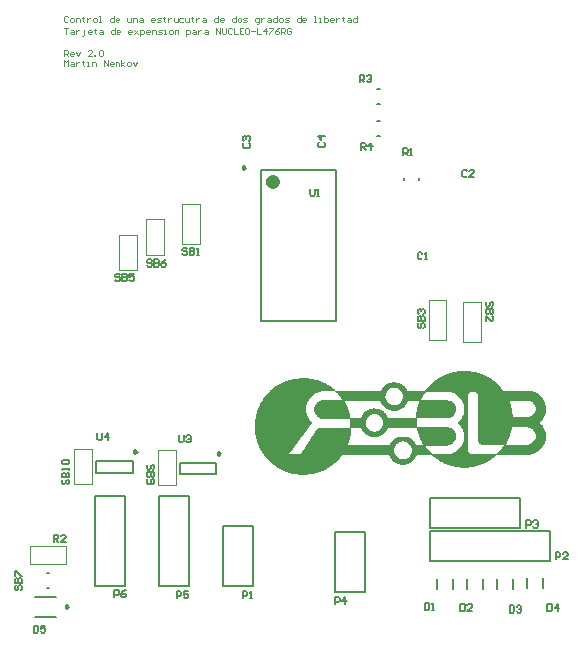
<source format=gto>
G04*
G04 #@! TF.GenerationSoftware,Altium Limited,Altium Designer,21.2.0 (30)*
G04*
G04 Layer_Color=65535*
%FSLAX25Y25*%
%MOIN*%
G70*
G04*
G04 #@! TF.SameCoordinates,23E6F6A8-B4C1-47F9-9D7B-204F1C257D05*
G04*
G04*
G04 #@! TF.FilePolarity,Positive*
G04*
G01*
G75*
%ADD10C,0.00984*%
%ADD11C,0.02362*%
%ADD12C,0.00591*%
%ADD13C,0.00100*%
%ADD14C,0.00787*%
%ADD15C,0.00197*%
%ADD16C,0.00394*%
%ADD17C,0.00591*%
D10*
X84350Y160886D02*
X83612Y161312D01*
Y160460D01*
X84350Y160886D01*
X48116Y66226D02*
X47378Y66652D01*
Y65799D01*
X48116Y66226D01*
X75984Y65650D02*
X75246Y66076D01*
Y65223D01*
X75984Y65650D01*
X25295Y14567D02*
X24557Y14993D01*
Y14141D01*
X25295Y14567D01*
D11*
X94587Y156299D02*
X94142Y157223D01*
X93143Y157451D01*
X92341Y156812D01*
Y155787D01*
X93143Y155148D01*
X94142Y155376D01*
X94587Y156299D01*
D12*
X70276Y147244D02*
D03*
X144685Y105118D02*
D03*
X156102Y104331D02*
D03*
D13*
X103172Y65990D02*
X133672D01*
X104572Y68190D02*
X133972D01*
X103172Y66090D02*
X133572D01*
X103272Y66290D02*
X133572D01*
X103372Y66390D02*
X133572D01*
X103472Y66490D02*
X133572D01*
X103472Y66590D02*
X133572D01*
X103572Y66690D02*
X133572D01*
X103672Y66790D02*
X133572D01*
X103672Y66890D02*
X133572D01*
X103772Y66990D02*
X133572D01*
X103872Y67090D02*
X133572D01*
X103872Y67190D02*
X133572D01*
X103972Y67290D02*
X133572D01*
X104072Y67390D02*
X133672D01*
X104072Y67490D02*
X133672D01*
X104172Y67590D02*
X133672D01*
X104272Y67690D02*
X133672D01*
X104272Y67790D02*
X133772D01*
X104372Y67890D02*
X133772D01*
X104472Y67990D02*
X133772D01*
X104472Y68090D02*
X133872D01*
X104572Y68290D02*
X133972D01*
X104672Y68390D02*
X133972D01*
X102872Y65490D02*
X133872D01*
X102872Y65590D02*
X133772D01*
X102972Y65690D02*
X133772D01*
X102972Y65790D02*
X133672D01*
X103072Y65890D02*
X133672D01*
X98572Y89990D02*
X108472D01*
X161872Y81990D02*
X172472D01*
X161872Y73990D02*
X172772D01*
X168572Y65990D02*
X180472D01*
X98872Y90090D02*
X108172D01*
X99172Y90190D02*
X107872D01*
X99672Y90290D02*
X107572D01*
X94772Y88190D02*
X112072D01*
X92572Y86590D02*
X109272D01*
X92672Y86690D02*
X113972D01*
X92772Y86790D02*
X113972D01*
X92972Y86890D02*
X113872D01*
X93172Y86990D02*
X113772D01*
X93272Y87090D02*
X113672D01*
X93372Y87190D02*
X113572D01*
X93472Y87290D02*
X113372D01*
X93572Y87390D02*
X113172D01*
X93672Y87490D02*
X113072D01*
X93872Y87590D02*
X112972D01*
X93972Y87690D02*
X112872D01*
X94072Y87790D02*
X112672D01*
X94272Y87890D02*
X112572D01*
X94372Y87990D02*
X112472D01*
X94572Y88090D02*
X112272D01*
X91872Y85790D02*
X107172D01*
X91972Y85890D02*
X107272D01*
X92072Y85990D02*
X107472D01*
X92172Y86090D02*
X107672D01*
X92272Y86190D02*
X107872D01*
X92372Y86290D02*
X108172D01*
X92472Y86390D02*
X108472D01*
X92472Y86490D02*
X108772D01*
X94872Y88290D02*
X111972D01*
X94972Y88390D02*
X111872D01*
X95172Y88490D02*
X111672D01*
X95272Y88590D02*
X111572D01*
X95572Y88690D02*
X111372D01*
X95672Y88790D02*
X111272D01*
X95872Y88890D02*
X110972D01*
X96072Y88990D02*
X110772D01*
X96272Y89090D02*
X110572D01*
X96472Y89190D02*
X110372D01*
X96672Y89290D02*
X110172D01*
X96872Y89390D02*
X109972D01*
X97072Y89490D02*
X109872D01*
X97472Y89590D02*
X109472D01*
X97672Y89690D02*
X109172D01*
X97872Y89790D02*
X108972D01*
X98172Y89890D02*
X108772D01*
X107172Y72190D02*
X119072D01*
X104772Y68490D02*
X120272D01*
X104772Y68590D02*
X119172D01*
X104872Y68690D02*
X118172D01*
X104972Y68790D02*
X118172D01*
X104972Y68890D02*
X118172D01*
X105072Y68990D02*
X118272D01*
X105172Y69090D02*
X118272D01*
X105172Y69190D02*
X118372D01*
X105272Y69290D02*
X118372D01*
X105372Y69390D02*
X118372D01*
X105372Y69490D02*
X118372D01*
X105472Y69590D02*
X118472D01*
X105572Y69690D02*
X118472D01*
X105572Y69790D02*
X118572D01*
X105672Y69890D02*
X118572D01*
X105772Y69990D02*
X118572D01*
X105772Y70090D02*
X118672D01*
X105872Y70190D02*
X118672D01*
X105872Y70290D02*
X118672D01*
X105972Y70390D02*
X118672D01*
X106072Y70490D02*
X118672D01*
X106072Y70590D02*
X118772D01*
X106172Y70690D02*
X118772D01*
X106272Y70790D02*
X118872D01*
X106272Y70890D02*
X118872D01*
X106372Y70990D02*
X118872D01*
X106472Y71090D02*
X118872D01*
X106472Y71190D02*
X118972D01*
X106572Y71290D02*
X118972D01*
X106672Y71390D02*
X118972D01*
X106672Y71490D02*
X118972D01*
X106772Y71590D02*
X118972D01*
X106872Y71690D02*
X118972D01*
X106872Y71790D02*
X118972D01*
X106972Y71890D02*
X119072D01*
X107072Y71990D02*
X119072D01*
X107072Y72090D02*
X119072D01*
X91572Y64190D02*
X115372D01*
X91472Y64290D02*
X115472D01*
X91372Y64390D02*
X115572D01*
X91272Y64490D02*
X115572D01*
X91272Y64590D02*
X115672D01*
X91172Y64690D02*
X115772D01*
X91072Y64790D02*
X115872D01*
X90972Y64890D02*
X115972D01*
X90872Y64990D02*
X116072D01*
X90772Y65090D02*
X116172D01*
X90672Y65190D02*
X116272D01*
X90672Y65290D02*
X116272D01*
X90572Y65390D02*
X116372D01*
X94772Y61390D02*
X112172D01*
X94672Y61490D02*
X112272D01*
X94472Y61590D02*
X112372D01*
X94372Y61690D02*
X112672D01*
X94272Y61790D02*
X112772D01*
X94172Y61890D02*
X112872D01*
X93972Y61990D02*
X112972D01*
X93772Y62090D02*
X113072D01*
X93672Y62190D02*
X113272D01*
X93572Y62290D02*
X113372D01*
X93472Y62390D02*
X113472D01*
X93372Y62490D02*
X113572D01*
X93172Y62590D02*
X113672D01*
X93072Y62690D02*
X113772D01*
X92972Y62790D02*
X113972D01*
X92872Y62890D02*
X114072D01*
X92772Y62990D02*
X114172D01*
X92572Y63090D02*
X114272D01*
X92572Y63190D02*
X114372D01*
X92472Y63290D02*
X114472D01*
X92372Y63390D02*
X114572D01*
X92272Y63490D02*
X114672D01*
X92172Y63590D02*
X114772D01*
X92072Y63690D02*
X114872D01*
X91972Y63790D02*
X114972D01*
X91872Y63890D02*
X115072D01*
X91772Y63990D02*
X115172D01*
X91672Y64090D02*
X115272D01*
X96972Y60190D02*
X109872D01*
X97672Y59890D02*
X109272D01*
X97472Y59990D02*
X109472D01*
X97172Y60090D02*
X109672D01*
X96772Y60290D02*
X110172D01*
X96472Y60390D02*
X110372D01*
X96372Y60490D02*
X110572D01*
X96172Y60590D02*
X110872D01*
X95972Y60690D02*
X110972D01*
X95772Y60790D02*
X111172D01*
X95672Y60890D02*
X111272D01*
X95472Y60990D02*
X111472D01*
X95272Y61090D02*
X111672D01*
X95072Y61190D02*
X111772D01*
X94872Y61290D02*
X111972D01*
X99572Y59290D02*
X107272D01*
X99272Y59390D02*
X107672D01*
X98972Y59490D02*
X108072D01*
X98572Y59590D02*
X108372D01*
X98272Y59690D02*
X108672D01*
X98072Y59790D02*
X108872D01*
X151872Y86590D02*
X179272D01*
X136872Y84990D02*
X143172D01*
X136872Y85090D02*
X143272D01*
X136872Y85190D02*
X143272D01*
X136872Y85290D02*
X143372D01*
X136872Y85390D02*
X143372D01*
X136772Y85490D02*
X143472D01*
X136772Y85590D02*
X143572D01*
X136772Y85690D02*
X143572D01*
X136672Y85790D02*
X143672D01*
X136672Y85890D02*
X143772D01*
X136572Y85990D02*
X143872D01*
X136572Y86090D02*
X143872D01*
X136572Y86190D02*
X143972D01*
X136472Y86290D02*
X144072D01*
X136372Y86390D02*
X144072D01*
X136372Y86490D02*
X143972D01*
X161872Y84190D02*
X182972D01*
X161872Y83590D02*
X183372D01*
X161872Y83690D02*
X183272D01*
X161872Y83790D02*
X183172D01*
X161872Y83890D02*
X183172D01*
X161872Y83990D02*
X183172D01*
X161872Y84090D02*
X183072D01*
X161872Y84290D02*
X182872D01*
X161872Y84390D02*
X182772D01*
X161872Y84490D02*
X182672D01*
X161872Y84590D02*
X182672D01*
X161872Y84690D02*
X182572D01*
X161872Y84790D02*
X182472D01*
X161872Y84890D02*
X182372D01*
X161872Y84990D02*
X182272D01*
X161872Y85090D02*
X182172D01*
X161872Y85190D02*
X182072D01*
X161872Y85290D02*
X181872D01*
X161772Y85390D02*
X181772D01*
X161772Y85490D02*
X181672D01*
X161772Y85590D02*
X181572D01*
X161672Y85690D02*
X181472D01*
X161572Y85790D02*
X181272D01*
X161572Y85890D02*
X181072D01*
X161472Y85990D02*
X180972D01*
X161372Y86090D02*
X180772D01*
X161272Y86190D02*
X180472D01*
X161072Y86290D02*
X180272D01*
X160872Y86390D02*
X179972D01*
X160772Y86490D02*
X179672D01*
X161872Y82090D02*
X172372D01*
X161872Y82190D02*
X172272D01*
X161872Y82290D02*
X172272D01*
X161872Y82390D02*
X172272D01*
X161872Y82490D02*
X172272D01*
X161872Y82590D02*
X172172D01*
X161872Y82690D02*
X172172D01*
X161872Y82790D02*
X172172D01*
X161872Y82890D02*
X172072D01*
X161872Y82990D02*
X172072D01*
X161872Y83090D02*
X172072D01*
X161872Y83190D02*
X171972D01*
X161872Y83290D02*
X171972D01*
X161872Y83390D02*
X171872D01*
X161872Y83490D02*
X171872D01*
X161872Y80190D02*
X172772D01*
X130272Y76190D02*
X141272D01*
X129972Y74590D02*
X141372D01*
X129972Y74690D02*
X141372D01*
X130072Y74790D02*
X141372D01*
X130072Y74890D02*
X141372D01*
X130172Y74990D02*
X141372D01*
X130172Y75090D02*
X141372D01*
X130172Y75190D02*
X141272D01*
X130272Y75290D02*
X141272D01*
X130272Y75390D02*
X141272D01*
X130272Y75490D02*
X141272D01*
X130272Y75590D02*
X141272D01*
X130272Y75690D02*
X141272D01*
X130272Y75790D02*
X141272D01*
X130272Y75890D02*
X141272D01*
X130272Y76090D02*
X141272D01*
X130272Y76290D02*
X141272D01*
X130272Y76390D02*
X141272D01*
X130272Y75990D02*
X141172D01*
X130272Y76490D02*
X141172D01*
X130272Y76590D02*
X141172D01*
X130272Y76690D02*
X141172D01*
X130172Y76790D02*
X141172D01*
X130172Y76890D02*
X141172D01*
X130172Y76990D02*
X141172D01*
X130072Y77090D02*
X141172D01*
X130072Y77190D02*
X141172D01*
X129972Y77290D02*
X141172D01*
X129972Y77390D02*
X141172D01*
X129972Y77490D02*
X141172D01*
X161872Y80290D02*
X172772D01*
X161872Y80390D02*
X172772D01*
X161872Y80490D02*
X172772D01*
X161872Y80590D02*
X172772D01*
X161872Y80690D02*
X172772D01*
X161872Y80790D02*
X172672D01*
X161872Y80890D02*
X172672D01*
X161872Y80990D02*
X172672D01*
X161872Y81090D02*
X172672D01*
X161872Y81190D02*
X172572D01*
X161872Y81290D02*
X172572D01*
X161872Y81390D02*
X172572D01*
X161872Y81490D02*
X172572D01*
X161872Y81590D02*
X172472D01*
X161872Y81690D02*
X172472D01*
X161872Y81790D02*
X172472D01*
X161872Y81890D02*
X172472D01*
X161872Y76190D02*
X182272D01*
X161872Y74690D02*
X183272D01*
X161872Y74790D02*
X183172D01*
X161872Y74890D02*
X183172D01*
X161872Y74990D02*
X183072D01*
X161872Y75090D02*
X182972D01*
X161872Y75190D02*
X182872D01*
X161872Y75290D02*
X182772D01*
X161872Y75390D02*
X182672D01*
X161872Y75490D02*
X182572D01*
X161872Y75590D02*
X182472D01*
X161872Y75690D02*
X182372D01*
X161872Y75790D02*
X182272D01*
X161872Y75890D02*
X182272D01*
X161872Y75990D02*
X182172D01*
X161872Y76090D02*
X182172D01*
X161872Y76290D02*
X182372D01*
X161872Y76390D02*
X182472D01*
X161872Y76490D02*
X182472D01*
X161872Y76590D02*
X182572D01*
X161872Y76690D02*
X182672D01*
X161872Y76790D02*
X182772D01*
X161872Y76890D02*
X182872D01*
X161872Y76990D02*
X182972D01*
X161872Y77090D02*
X183072D01*
X161872Y77190D02*
X183172D01*
X161872Y77290D02*
X183172D01*
X161872Y77390D02*
X183272D01*
X161872Y77490D02*
X183372D01*
X161872Y77590D02*
X183372D01*
X161872Y77690D02*
X183472D01*
X161872Y74090D02*
X172772D01*
X161872Y74190D02*
X172772D01*
X161872Y74290D02*
X172872D01*
X161872Y74390D02*
X172872D01*
X161872Y74490D02*
X172872D01*
X161872Y74590D02*
X172872D01*
X161872Y77790D02*
X173072D01*
X161872Y77890D02*
X173072D01*
X161872Y77990D02*
X173072D01*
X161872Y78090D02*
X173072D01*
X161872Y78190D02*
X173072D01*
X161872Y78290D02*
X173072D01*
X161872Y78390D02*
X173072D01*
X161872Y78490D02*
X173072D01*
X161872Y78590D02*
X173072D01*
X161872Y78690D02*
X173072D01*
X161872Y78790D02*
X173072D01*
X161872Y78890D02*
X173072D01*
X161872Y78990D02*
X172972D01*
X161872Y79090D02*
X172972D01*
X161872Y79190D02*
X172972D01*
X161872Y79290D02*
X172972D01*
X161872Y79390D02*
X172972D01*
X161872Y79490D02*
X172972D01*
X161872Y79590D02*
X172972D01*
X161872Y79690D02*
X172972D01*
X161872Y79790D02*
X172872D01*
X161872Y79890D02*
X172872D01*
X161872Y79990D02*
X172872D01*
X161872Y80090D02*
X172772D01*
X161872Y72190D02*
X172272D01*
X133472Y69990D02*
X139872D01*
X133572Y70090D02*
X139772D01*
X133672Y70190D02*
X139672D01*
X133772Y70290D02*
X139572D01*
X133872Y70390D02*
X139472D01*
X133972Y70490D02*
X139372D01*
X134172Y70590D02*
X139272D01*
X161872Y72290D02*
X172272D01*
X161872Y72390D02*
X172372D01*
X161872Y72490D02*
X172372D01*
X161872Y72590D02*
X172372D01*
X161872Y72690D02*
X172472D01*
X161872Y72790D02*
X172472D01*
X161872Y72890D02*
X172472D01*
X161872Y72990D02*
X172472D01*
X161872Y73090D02*
X172572D01*
X161872Y73190D02*
X172572D01*
X161872Y73290D02*
X172572D01*
X161872Y73390D02*
X172572D01*
X161872Y73490D02*
X172672D01*
X161872Y73590D02*
X172672D01*
X161872Y73690D02*
X172672D01*
X161872Y73790D02*
X172772D01*
X161872Y73890D02*
X172772D01*
X170372Y68190D02*
X183172D01*
X168672Y66090D02*
X180672D01*
X168772Y66190D02*
X180872D01*
X168872Y66290D02*
X180972D01*
X168972Y66390D02*
X181272D01*
X168972Y66490D02*
X181372D01*
X169072Y66590D02*
X181472D01*
X169172Y66690D02*
X181672D01*
X169272Y66790D02*
X181772D01*
X169372Y66890D02*
X181872D01*
X169472Y66990D02*
X181972D01*
X169572Y67090D02*
X182072D01*
X169572Y67190D02*
X182172D01*
X169672Y67290D02*
X182272D01*
X169772Y67390D02*
X182372D01*
X169872Y67490D02*
X182472D01*
X169972Y67590D02*
X182572D01*
X169972Y67690D02*
X182672D01*
X170072Y67790D02*
X182772D01*
X170072Y67890D02*
X182872D01*
X170172Y67990D02*
X182972D01*
X170272Y68090D02*
X183072D01*
X170372Y68290D02*
X183172D01*
X170472Y68390D02*
X183272D01*
X170572Y68490D02*
X183372D01*
X170672Y68590D02*
X183372D01*
X162272Y69290D02*
X171172D01*
X162172Y69390D02*
X171172D01*
X162172Y69490D02*
X171272D01*
X162072Y69590D02*
X171272D01*
X161972Y69690D02*
X171272D01*
X161972Y69790D02*
X171372D01*
X161972Y69890D02*
X171372D01*
X161872Y69990D02*
X171472D01*
X161872Y70090D02*
X171472D01*
X161872Y70190D02*
X171472D01*
X161872Y70290D02*
X171572D01*
X161872Y70390D02*
X171672D01*
X161872Y70490D02*
X171672D01*
X161872Y70590D02*
X171672D01*
X161872Y70690D02*
X171772D01*
X161872Y70790D02*
X171772D01*
X161872Y70890D02*
X171772D01*
X161872Y70990D02*
X171872D01*
X161872Y71090D02*
X171872D01*
X161872Y71190D02*
X171872D01*
X161872Y71290D02*
X171972D01*
X161872Y71390D02*
X171972D01*
X161872Y71490D02*
X172072D01*
X161872Y71590D02*
X172072D01*
X161872Y71690D02*
X172172D01*
X161872Y71790D02*
X172172D01*
X161872Y71890D02*
X172172D01*
X161872Y71990D02*
X172172D01*
X161872Y72090D02*
X172272D01*
X134172Y62990D02*
X139272D01*
X134072Y63090D02*
X139472D01*
X133772Y63190D02*
X139572D01*
X133672Y63290D02*
X139672D01*
X133572Y63390D02*
X139772D01*
X133472Y63490D02*
X139872D01*
X133372Y63590D02*
X139972D01*
X167872Y65490D02*
X179172D01*
X168072Y65590D02*
X179272D01*
X168172Y65690D02*
X179672D01*
X168272Y65790D02*
X179972D01*
X168372Y65890D02*
X180172D01*
X89272Y81990D02*
X104372D01*
X87572Y73990D02*
X104772D01*
X90172Y65990D02*
X98772D01*
X107872Y81990D02*
X117672D01*
X108572Y73990D02*
X119272D01*
X135072Y81990D02*
X137472D01*
X147672Y89990D02*
X166672D01*
X141972Y81990D02*
X153772D01*
X141572Y73990D02*
X152772D01*
X139772Y65990D02*
X145872D01*
X180772Y81990D02*
X183972D01*
X179972Y73990D02*
X183572D01*
X99972Y90390D02*
X106972D01*
X100572Y90490D02*
X106672D01*
X101272Y90590D02*
X106072D01*
X102072Y90690D02*
X104672D01*
X90572Y84190D02*
X105472D01*
X89272Y82090D02*
X104372D01*
X89272Y82190D02*
X104472D01*
X89372Y82290D02*
X104472D01*
X89372Y82390D02*
X104472D01*
X89472Y82490D02*
X104472D01*
X89572Y82590D02*
X104572D01*
X89572Y82690D02*
X104572D01*
X89572Y82790D02*
X104672D01*
X89672Y82890D02*
X104672D01*
X89772Y82990D02*
X104672D01*
X89872Y83090D02*
X104772D01*
X89872Y83190D02*
X104772D01*
X89972Y83290D02*
X104872D01*
X90072Y83390D02*
X104972D01*
X90072Y83490D02*
X104972D01*
X90172Y83590D02*
X105072D01*
X90272Y83690D02*
X105172D01*
X90272Y83790D02*
X105172D01*
X90372Y83890D02*
X105272D01*
X90372Y83990D02*
X105272D01*
X90472Y84090D02*
X105372D01*
X90672Y84290D02*
X105572D01*
X90672Y84390D02*
X105672D01*
X90772Y84490D02*
X105772D01*
X90872Y84590D02*
X105872D01*
X90972Y84690D02*
X105972D01*
X91072Y84790D02*
X106072D01*
X91172Y84890D02*
X106172D01*
X91272Y84990D02*
X106272D01*
X91272Y85090D02*
X106272D01*
X91372Y85190D02*
X106372D01*
X91372Y85290D02*
X106472D01*
X91472Y85390D02*
X106572D01*
X91572Y85490D02*
X106672D01*
X91672Y85590D02*
X106972D01*
X91772Y85690D02*
X107072D01*
X88472Y80190D02*
X104272D01*
X88472Y80290D02*
X104172D01*
X88572Y80390D02*
X104272D01*
X88572Y80490D02*
X104172D01*
X88572Y80590D02*
X104172D01*
X88672Y80690D02*
X104272D01*
X88672Y80790D02*
X104272D01*
X88672Y80890D02*
X104272D01*
X88772Y80990D02*
X104272D01*
X88772Y81090D02*
X104272D01*
X88872Y81190D02*
X104272D01*
X88872Y81290D02*
X104272D01*
X88872Y81390D02*
X104272D01*
X88972Y81490D02*
X104272D01*
X88972Y81590D02*
X104272D01*
X89072Y81690D02*
X104372D01*
X89172Y81790D02*
X104372D01*
X89172Y81890D02*
X104372D01*
X87572Y76190D02*
X106172D01*
X87572Y74090D02*
X104772D01*
X87472Y74190D02*
X104872D01*
X87472Y74290D02*
X104972D01*
X87472Y74390D02*
X105072D01*
X87472Y74490D02*
X105072D01*
X87472Y74590D02*
X105172D01*
X87472Y74690D02*
X105272D01*
X87472Y74790D02*
X105372D01*
X87472Y74890D02*
X105372D01*
X87472Y74990D02*
X105472D01*
X87472Y75090D02*
X105572D01*
X87572Y75190D02*
X105672D01*
X87572Y75290D02*
X105672D01*
X87572Y75390D02*
X105772D01*
X87572Y75490D02*
X105872D01*
X87572Y75590D02*
X105972D01*
X87572Y75690D02*
X105972D01*
X87572Y75790D02*
X106072D01*
X87572Y75890D02*
X106172D01*
X87572Y75990D02*
X106272D01*
X87572Y76090D02*
X106272D01*
X87572Y76290D02*
X106072D01*
X87572Y76390D02*
X105872D01*
X87572Y76490D02*
X105772D01*
X87572Y76590D02*
X105672D01*
X87572Y76690D02*
X105572D01*
X87672Y76790D02*
X105572D01*
X87672Y76890D02*
X105472D01*
X87672Y76990D02*
X105372D01*
X87672Y77090D02*
X105272D01*
X87672Y77190D02*
X105272D01*
X87672Y77290D02*
X105172D01*
X87772Y77390D02*
X105172D01*
X87772Y77490D02*
X105072D01*
X87772Y77590D02*
X105072D01*
X87772Y77690D02*
X104972D01*
X87772Y77790D02*
X104872D01*
X87772Y77890D02*
X104872D01*
X87772Y77990D02*
X104872D01*
X87872Y78090D02*
X104772D01*
X87872Y78190D02*
X104772D01*
X87872Y78290D02*
X104672D01*
X87872Y78390D02*
X104672D01*
X87972Y78490D02*
X104672D01*
X87972Y78590D02*
X104572D01*
X87972Y78690D02*
X104572D01*
X87972Y78790D02*
X104472D01*
X88072Y78890D02*
X104472D01*
X88072Y78990D02*
X104472D01*
X88072Y79090D02*
X104472D01*
X88172Y79190D02*
X104372D01*
X88172Y79290D02*
X104372D01*
X88172Y79390D02*
X104372D01*
X88272Y79490D02*
X104372D01*
X88272Y79590D02*
X104272D01*
X88272Y79690D02*
X104272D01*
X88272Y79790D02*
X104272D01*
X88272Y79890D02*
X104272D01*
X88372Y79990D02*
X104272D01*
X88372Y80090D02*
X104272D01*
X87672Y72190D02*
X103372D01*
X87672Y72290D02*
X103472D01*
X87672Y72390D02*
X103572D01*
X87672Y72490D02*
X103572D01*
X87672Y72590D02*
X103672D01*
X87672Y72690D02*
X103772D01*
X87572Y72790D02*
X103872D01*
X87572Y72890D02*
X103872D01*
X87572Y72990D02*
X103972D01*
X87572Y73090D02*
X104072D01*
X87572Y73190D02*
X104172D01*
X87572Y73290D02*
X104172D01*
X87572Y73390D02*
X104272D01*
X87572Y73490D02*
X104372D01*
X87572Y73590D02*
X104472D01*
X87572Y73690D02*
X104472D01*
X87572Y73790D02*
X104572D01*
X87572Y73890D02*
X104672D01*
X88972Y68190D02*
X100372D01*
X90072Y66090D02*
X98872D01*
X89972Y66190D02*
X98872D01*
X89872Y66290D02*
X98972D01*
X89872Y66390D02*
X99072D01*
X89872Y66490D02*
X99172D01*
X89772Y66590D02*
X99172D01*
X89672Y66690D02*
X99272D01*
X89672Y66790D02*
X99372D01*
X89572Y66890D02*
X99472D01*
X89572Y66990D02*
X99472D01*
X89472Y67090D02*
X99572D01*
X89372Y67190D02*
X99672D01*
X89372Y67290D02*
X99772D01*
X89372Y67390D02*
X99772D01*
X89272Y67490D02*
X99872D01*
X89172Y67590D02*
X99972D01*
X89172Y67690D02*
X100072D01*
X89072Y67790D02*
X100072D01*
X88972Y67890D02*
X100172D01*
X88972Y67990D02*
X100272D01*
X88972Y68090D02*
X100372D01*
X88872Y68290D02*
X100472D01*
X88872Y68390D02*
X100572D01*
X88772Y68490D02*
X100672D01*
X88772Y68590D02*
X100672D01*
X88672Y68690D02*
X100772D01*
X88672Y68790D02*
X100872D01*
X88672Y68890D02*
X100972D01*
X88572Y68990D02*
X100972D01*
X88572Y69090D02*
X101072D01*
X88572Y69190D02*
X101172D01*
X88472Y69290D02*
X101272D01*
X88472Y69390D02*
X101272D01*
X88472Y69490D02*
X101372D01*
X88372Y69590D02*
X101472D01*
X88372Y69690D02*
X101572D01*
X88272Y69790D02*
X101572D01*
X88272Y69890D02*
X101672D01*
X88272Y69990D02*
X101772D01*
X88172Y70090D02*
X101872D01*
X88172Y70190D02*
X101872D01*
X88172Y70290D02*
X101972D01*
X88172Y70390D02*
X102072D01*
X88072Y70490D02*
X102072D01*
X88072Y70590D02*
X102172D01*
X88072Y70690D02*
X102272D01*
X88072Y70790D02*
X102372D01*
X87972Y70890D02*
X102372D01*
X87972Y70990D02*
X102472D01*
X87972Y71090D02*
X102572D01*
X87972Y71190D02*
X102672D01*
X87872Y71290D02*
X102672D01*
X87872Y71390D02*
X102772D01*
X87872Y71490D02*
X102872D01*
X87872Y71590D02*
X102972D01*
X87772Y71690D02*
X102972D01*
X87772Y71790D02*
X103072D01*
X87772Y71890D02*
X103172D01*
X87772Y71990D02*
X103272D01*
X87772Y72090D02*
X103272D01*
X90572Y65490D02*
X98372D01*
X90472Y65590D02*
X98472D01*
X90372Y65690D02*
X98572D01*
X90272Y65790D02*
X98572D01*
X90172Y65890D02*
X98672D01*
X100072Y59190D02*
X106772D01*
X101272Y58990D02*
X105672D01*
X100472Y59090D02*
X106472D01*
X101972Y58890D02*
X104872D01*
X116472Y84190D02*
X130772D01*
X116872Y83590D02*
X130872D01*
X116772Y83690D02*
X130872D01*
X116772Y83790D02*
X130772D01*
X116672Y83890D02*
X130772D01*
X116572Y83990D02*
X130772D01*
X116572Y84090D02*
X130772D01*
X116372Y84290D02*
X130672D01*
X116272Y84390D02*
X130672D01*
X116172Y84490D02*
X130672D01*
X116172Y84590D02*
X130672D01*
X116072Y84690D02*
X130672D01*
X115972Y84790D02*
X130672D01*
X115872Y84890D02*
X130672D01*
X115772Y84990D02*
X130672D01*
X115772Y85090D02*
X130672D01*
X115672Y85190D02*
X130672D01*
X115572Y85290D02*
X130772D01*
X115472Y85390D02*
X130772D01*
X115472Y85490D02*
X130772D01*
X115372Y85590D02*
X130772D01*
X115272Y85690D02*
X130772D01*
X115172Y85790D02*
X130872D01*
X115072Y85890D02*
X130872D01*
X114972Y85990D02*
X130872D01*
X114872Y86090D02*
X130972D01*
X114772Y86190D02*
X131072D01*
X114672Y86290D02*
X131072D01*
X114572Y86390D02*
X131072D01*
X114372Y86490D02*
X131172D01*
X130672Y88190D02*
X136872D01*
X107872Y82090D02*
X117572D01*
X107972Y82190D02*
X117572D01*
X107972Y82290D02*
X117572D01*
X108072Y82390D02*
X117472D01*
X108172Y82490D02*
X117472D01*
X108272Y82590D02*
X117372D01*
X108372Y82690D02*
X117372D01*
X108472Y82790D02*
X117272D01*
X108672Y82890D02*
X117272D01*
X108772Y82990D02*
X117172D01*
X108872Y83090D02*
X117072D01*
X109072Y83190D02*
X117072D01*
X109272Y83290D02*
X116972D01*
X109572Y83390D02*
X116872D01*
X109972Y83490D02*
X116772D01*
X130772Y88290D02*
X136772D01*
X130472Y87990D02*
X137072D01*
X130572Y88090D02*
X136972D01*
X130872Y88390D02*
X136672D01*
X130972Y88490D02*
X136572D01*
X131072Y88590D02*
X136472D01*
X131272Y88690D02*
X136272D01*
X131472Y88790D02*
X136072D01*
X131672Y88890D02*
X135872D01*
X131872Y88990D02*
X135672D01*
X132072Y89090D02*
X135372D01*
X132372Y89190D02*
X135172D01*
X135072Y87590D02*
X137472D01*
X134872Y87690D02*
X137372D01*
X134572Y87790D02*
X137272D01*
X133972Y87890D02*
X137172D01*
X107272Y80190D02*
X118372D01*
X107272Y80290D02*
X118372D01*
X107272Y80390D02*
X118272D01*
X107272Y80490D02*
X118172D01*
X107272Y80590D02*
X118172D01*
X107272Y80690D02*
X118172D01*
X107272Y80790D02*
X118172D01*
X107272Y80890D02*
X118172D01*
X107272Y80990D02*
X118172D01*
X107372Y81090D02*
X118172D01*
X107372Y81190D02*
X118072D01*
X107372Y81290D02*
X118072D01*
X107472Y81390D02*
X117972D01*
X107472Y81490D02*
X117972D01*
X107572Y81590D02*
X117872D01*
X107572Y81690D02*
X117872D01*
X107672Y81790D02*
X117772D01*
X107772Y81890D02*
X117772D01*
X119072Y76190D02*
X124172D01*
X108772Y74090D02*
X119272D01*
X108972Y74190D02*
X119272D01*
X109172Y74290D02*
X119272D01*
X109272Y77590D02*
X118972D01*
X109072Y77690D02*
X118972D01*
X108872Y77790D02*
X118972D01*
X108772Y77890D02*
X118972D01*
X108672Y77990D02*
X118972D01*
X108572Y78090D02*
X118972D01*
X108372Y78190D02*
X118972D01*
X108272Y78290D02*
X118872D01*
X108172Y78390D02*
X118872D01*
X108172Y78490D02*
X118872D01*
X108072Y78590D02*
X118872D01*
X108072Y78690D02*
X118772D01*
X107972Y78790D02*
X118772D01*
X107872Y78890D02*
X118772D01*
X107772Y78990D02*
X118772D01*
X107772Y79090D02*
X118672D01*
X107672Y79190D02*
X118672D01*
X107572Y79290D02*
X118672D01*
X107572Y79390D02*
X118672D01*
X107572Y79490D02*
X118572D01*
X107472Y79590D02*
X118572D01*
X107472Y79690D02*
X118472D01*
X107372Y79790D02*
X118472D01*
X107372Y79890D02*
X118472D01*
X107272Y79990D02*
X118472D01*
X107272Y80090D02*
X118372D01*
X119072Y74490D02*
X124472D01*
X119072Y74590D02*
X124472D01*
X119072Y74690D02*
X124372D01*
X119072Y74790D02*
X124372D01*
X119072Y74890D02*
X124372D01*
X119072Y74990D02*
X124272D01*
X119072Y75090D02*
X124272D01*
X119072Y75190D02*
X124272D01*
X119072Y75290D02*
X124172D01*
X119072Y75390D02*
X124172D01*
X119072Y75490D02*
X124172D01*
X119072Y75590D02*
X124172D01*
X119072Y75690D02*
X124172D01*
X119072Y75790D02*
X124172D01*
X119072Y75890D02*
X124172D01*
X119072Y75990D02*
X124172D01*
X119072Y76090D02*
X124172D01*
X119072Y76290D02*
X124172D01*
X119072Y76390D02*
X124172D01*
X119072Y76490D02*
X124172D01*
X119072Y76590D02*
X124172D01*
X119072Y76690D02*
X124172D01*
X119072Y76790D02*
X124272D01*
X119072Y76890D02*
X124272D01*
X119072Y76990D02*
X124272D01*
X119072Y77090D02*
X124372D01*
X119072Y77190D02*
X124372D01*
X119072Y77290D02*
X124472D01*
X119072Y77390D02*
X124472D01*
X109472Y77490D02*
X118972D01*
X130772Y81290D02*
X136772D01*
X130672Y81390D02*
X136872D01*
X130572Y81490D02*
X136972D01*
X130472Y81590D02*
X137072D01*
X130372Y81690D02*
X137172D01*
X125072Y80190D02*
X129272D01*
X119072Y74390D02*
X122672D01*
X119072Y77490D02*
X120672D01*
X125372Y80290D02*
X129072D01*
X125572Y80390D02*
X128772D01*
X125972Y80490D02*
X128472D01*
X126372Y80590D02*
X128172D01*
X126972Y80690D02*
X127372D01*
X123772Y79190D02*
X130572D01*
X123872Y79290D02*
X130472D01*
X123972Y79390D02*
X130372D01*
X124072Y79490D02*
X130272D01*
X124172Y79590D02*
X130172D01*
X124272Y79690D02*
X130072D01*
X124472Y79790D02*
X129972D01*
X124672Y79890D02*
X129772D01*
X124872Y79990D02*
X129572D01*
X124972Y80090D02*
X129372D01*
X134472Y81790D02*
X137272D01*
X134772Y81890D02*
X137372D01*
X132172Y80490D02*
X135372D01*
X131872Y80590D02*
X135572D01*
X131672Y80690D02*
X135872D01*
X131472Y80790D02*
X136072D01*
X131372Y80890D02*
X136172D01*
X131172Y80990D02*
X136372D01*
X130972Y81090D02*
X136572D01*
X130872Y81190D02*
X136672D01*
X107272Y72290D02*
X119072D01*
X107272Y72390D02*
X119172D01*
X107372Y72490D02*
X119172D01*
X107472Y72590D02*
X119172D01*
X107472Y72690D02*
X119172D01*
X107572Y72790D02*
X119172D01*
X107572Y72890D02*
X119172D01*
X107672Y72990D02*
X119172D01*
X107772Y73090D02*
X119172D01*
X107772Y73190D02*
X119172D01*
X107872Y73290D02*
X119172D01*
X107872Y73390D02*
X119272D01*
X107972Y73490D02*
X119272D01*
X108072Y73590D02*
X119272D01*
X108172Y73690D02*
X119272D01*
X108272Y73790D02*
X119272D01*
X108372Y73890D02*
X119272D01*
X134272Y70690D02*
X139072D01*
X134372Y70790D02*
X138972D01*
X124672Y72190D02*
X129872D01*
X124472Y72290D02*
X129972D01*
X124372Y72390D02*
X130072D01*
X124272Y72490D02*
X130272D01*
X124172Y72590D02*
X130372D01*
X124072Y72690D02*
X130472D01*
X123972Y72790D02*
X130572D01*
X123872Y72890D02*
X130672D01*
X125072Y71890D02*
X129372D01*
X124972Y71990D02*
X129472D01*
X124772Y72090D02*
X129672D01*
X127072Y71390D02*
X127472D01*
X126272Y71490D02*
X128172D01*
X125872Y71590D02*
X128572D01*
X125572Y71690D02*
X128872D01*
X125372Y71790D02*
X129172D01*
X134672Y70890D02*
X138672D01*
X134872Y70990D02*
X138472D01*
X135172Y71090D02*
X138272D01*
X133072Y69590D02*
X135372D01*
X133172Y69690D02*
X135472D01*
X133272Y69790D02*
X135672D01*
X133372Y69890D02*
X136072D01*
X134472Y62790D02*
X138872D01*
X134372Y62890D02*
X139072D01*
X135172Y62490D02*
X138272D01*
X134972Y62590D02*
X138472D01*
X134672Y62690D02*
X138672D01*
X133272Y63690D02*
X136472D01*
X133172Y63790D02*
X135772D01*
X133072Y63890D02*
X135572D01*
X133072Y63990D02*
X135272D01*
X133072Y64090D02*
X135172D01*
X151772Y92190D02*
X162572D01*
X147772Y90090D02*
X166572D01*
X147872Y90190D02*
X166472D01*
X147972Y90290D02*
X166372D01*
X148272Y90390D02*
X166172D01*
X148372Y90490D02*
X165972D01*
X148472Y90590D02*
X165872D01*
X148672Y90690D02*
X165772D01*
X148772Y90790D02*
X165572D01*
X148972Y90890D02*
X165372D01*
X149172Y90990D02*
X165172D01*
X149372Y91090D02*
X164972D01*
X149472Y91190D02*
X164872D01*
X149672Y91290D02*
X164672D01*
X149772Y91390D02*
X164472D01*
X150072Y91490D02*
X164272D01*
X150272Y91590D02*
X164172D01*
X150472Y91690D02*
X163872D01*
X150772Y91790D02*
X163672D01*
X150972Y91890D02*
X163472D01*
X151172Y91990D02*
X163172D01*
X151372Y92090D02*
X162972D01*
X151972Y92290D02*
X162372D01*
X152272Y92390D02*
X162072D01*
X152572Y92490D02*
X161672D01*
X152972Y92590D02*
X161372D01*
X153372Y92690D02*
X161072D01*
X153872Y92790D02*
X160572D01*
X154172Y92890D02*
X160172D01*
X154972Y92990D02*
X159372D01*
X145672Y88190D02*
X168872D01*
X145772Y88290D02*
X168772D01*
X145772Y88390D02*
X168572D01*
X145972Y88490D02*
X168472D01*
X146072Y88590D02*
X168372D01*
X146172Y88690D02*
X168272D01*
X146172Y88790D02*
X168172D01*
X146372Y88890D02*
X168072D01*
X146472Y88990D02*
X167972D01*
X146572Y89090D02*
X167872D01*
X146672Y89190D02*
X167772D01*
X146872Y89290D02*
X167572D01*
X146972Y89390D02*
X167472D01*
X147072Y89490D02*
X167372D01*
X147172Y89590D02*
X167172D01*
X147272Y89690D02*
X167072D01*
X147372Y89790D02*
X166972D01*
X147572Y89890D02*
X166872D01*
X152772Y86390D02*
X159172D01*
X152472Y86490D02*
X159472D01*
X144372Y86690D02*
X169872D01*
X144372Y86790D02*
X169772D01*
X144472Y86890D02*
X169772D01*
X144572Y86990D02*
X169672D01*
X144672Y87090D02*
X169572D01*
X144772Y87190D02*
X169572D01*
X144872Y87290D02*
X169472D01*
X144972Y87390D02*
X169372D01*
X145072Y87490D02*
X169272D01*
X145072Y87590D02*
X169272D01*
X145172Y87690D02*
X169172D01*
X145272Y87790D02*
X169172D01*
X145372Y87890D02*
X169072D01*
X145472Y87990D02*
X168972D01*
X145572Y88090D02*
X168872D01*
X141972Y82090D02*
X153672D01*
X141972Y82190D02*
X153672D01*
X142072Y82290D02*
X153572D01*
X142072Y82390D02*
X153572D01*
X142172Y82490D02*
X153472D01*
X142172Y82590D02*
X153372D01*
X142172Y82690D02*
X153272D01*
X142172Y82790D02*
X153172D01*
X142272Y82890D02*
X152972D01*
X142272Y82990D02*
X152772D01*
X142372Y83090D02*
X152672D01*
X142372Y83190D02*
X152472D01*
X142372Y83290D02*
X152072D01*
X142472Y83390D02*
X151572D01*
X144272Y86590D02*
X151572D01*
X141572Y80190D02*
X154172D01*
X141572Y80290D02*
X154272D01*
X141572Y80390D02*
X154272D01*
X141572Y80490D02*
X154272D01*
X141572Y80590D02*
X154272D01*
X141572Y80690D02*
X154272D01*
X141572Y80790D02*
X154272D01*
X141672Y80890D02*
X154272D01*
X141672Y80990D02*
X154172D01*
X141672Y81090D02*
X154172D01*
X141772Y81190D02*
X154172D01*
X141772Y81290D02*
X154072D01*
X141772Y81390D02*
X154072D01*
X141872Y81490D02*
X154072D01*
X141872Y81590D02*
X153972D01*
X141872Y81690D02*
X153972D01*
X141872Y81790D02*
X153872D01*
X141872Y81890D02*
X153872D01*
X141272Y77690D02*
X151972D01*
X141272Y77790D02*
X152172D01*
X141272Y77890D02*
X152472D01*
X141272Y77990D02*
X152672D01*
X141272Y78090D02*
X152772D01*
X141272Y78190D02*
X152872D01*
X141272Y78290D02*
X153072D01*
X141272Y78390D02*
X153272D01*
X141272Y78490D02*
X153372D01*
X141272Y78590D02*
X153472D01*
X141572Y74090D02*
X152672D01*
X141572Y74190D02*
X152472D01*
X141572Y74290D02*
X152172D01*
X141572Y74390D02*
X151772D01*
X141572Y74490D02*
X151572D01*
X141372Y78690D02*
X153572D01*
X141372Y78790D02*
X153672D01*
X141372Y78890D02*
X153672D01*
X141372Y78990D02*
X153672D01*
X141372Y79090D02*
X153772D01*
X141372Y79190D02*
X153872D01*
X141372Y79290D02*
X153872D01*
X141372Y79390D02*
X153972D01*
X141372Y79490D02*
X153972D01*
X141372Y79590D02*
X153972D01*
X141472Y79690D02*
X154072D01*
X141472Y79790D02*
X154072D01*
X141472Y79890D02*
X154172D01*
X141472Y79990D02*
X154172D01*
X141472Y80090D02*
X154172D01*
X142072Y72190D02*
X154172D01*
X142072Y72290D02*
X154072D01*
X142072Y72390D02*
X154072D01*
X141972Y72490D02*
X154072D01*
X141972Y72590D02*
X153972D01*
X141872Y72690D02*
X153972D01*
X141872Y72790D02*
X153972D01*
X141872Y72890D02*
X153872D01*
X141872Y72990D02*
X153772D01*
X141772Y73090D02*
X153672D01*
X141772Y73190D02*
X153672D01*
X141772Y73290D02*
X153572D01*
X141772Y73390D02*
X153472D01*
X141672Y73490D02*
X153372D01*
X141672Y73590D02*
X153272D01*
X141672Y73690D02*
X153172D01*
X141672Y73790D02*
X153072D01*
X141572Y73890D02*
X152972D01*
X143872Y68590D02*
X151472D01*
X143772Y68690D02*
X151972D01*
X143672Y68790D02*
X152272D01*
X143572Y68890D02*
X152472D01*
X143572Y68990D02*
X152572D01*
X143472Y69090D02*
X152672D01*
X143372Y69190D02*
X152872D01*
X143372Y69290D02*
X153072D01*
X143272Y69390D02*
X153172D01*
X143272Y69490D02*
X153272D01*
X143172Y69590D02*
X153372D01*
X143172Y69690D02*
X153472D01*
X143072Y69790D02*
X153572D01*
X143072Y69890D02*
X153572D01*
X143072Y69990D02*
X153672D01*
X142972Y70090D02*
X153672D01*
X142872Y70190D02*
X153772D01*
X142872Y70290D02*
X153872D01*
X142772Y70390D02*
X153872D01*
X142772Y70490D02*
X153972D01*
X142672Y70590D02*
X154072D01*
X142672Y70690D02*
X154072D01*
X142572Y70790D02*
X154072D01*
X142572Y70890D02*
X154172D01*
X142472Y70990D02*
X154172D01*
X142472Y71090D02*
X154172D01*
X142472Y71190D02*
X154172D01*
X142472Y71290D02*
X154172D01*
X142372Y71390D02*
X154272D01*
X142372Y71490D02*
X154272D01*
X142272Y71590D02*
X154272D01*
X142272Y71690D02*
X154272D01*
X142172Y71790D02*
X154272D01*
X142172Y71890D02*
X154272D01*
X142172Y71990D02*
X154172D01*
X142072Y72090D02*
X154172D01*
X163272Y68690D02*
X170772D01*
X162972Y68790D02*
X170872D01*
X162772Y68890D02*
X170972D01*
X162572Y68990D02*
X170972D01*
X162472Y69090D02*
X171072D01*
X162372Y69190D02*
X171072D01*
X139572Y68190D02*
X144072D01*
X139772Y66090D02*
X145772D01*
X139772Y66190D02*
X145672D01*
X139772Y66290D02*
X145572D01*
X139772Y66390D02*
X145472D01*
X139872Y66490D02*
X145372D01*
X139872Y66590D02*
X145272D01*
X139872Y66690D02*
X145172D01*
X139872Y66790D02*
X145172D01*
X139872Y66890D02*
X145072D01*
X139872Y66990D02*
X144972D01*
X139872Y67090D02*
X144872D01*
X139772Y67190D02*
X144772D01*
X139772Y67290D02*
X144672D01*
X139772Y67390D02*
X144572D01*
X139772Y67490D02*
X144572D01*
X139772Y67590D02*
X144472D01*
X139772Y67690D02*
X144372D01*
X139672Y67790D02*
X144272D01*
X139672Y67890D02*
X144172D01*
X139572Y67990D02*
X144172D01*
X139572Y68090D02*
X144072D01*
X139472Y68290D02*
X143972D01*
X139372Y68390D02*
X143872D01*
X139272Y68490D02*
X143772D01*
X147972Y64190D02*
X166272D01*
X147872Y64290D02*
X166372D01*
X147672Y64390D02*
X166472D01*
X147572Y64490D02*
X166672D01*
X147472Y64590D02*
X166872D01*
X147372Y64690D02*
X166972D01*
X147172Y64790D02*
X167072D01*
X146972Y64890D02*
X167272D01*
X146872Y64990D02*
X167372D01*
X146772Y65090D02*
X167472D01*
X146672Y65190D02*
X167572D01*
X146572Y65290D02*
X167572D01*
X146572Y65390D02*
X167672D01*
X152172Y65490D02*
X159272D01*
X152972Y61790D02*
X161372D01*
X152672Y61890D02*
X161672D01*
X152372Y61990D02*
X161872D01*
X152072Y62090D02*
X162072D01*
X151772Y62190D02*
X162472D01*
X151572Y62290D02*
X162672D01*
X151372Y62390D02*
X162972D01*
X151072Y62490D02*
X163172D01*
X150672Y62590D02*
X163472D01*
X150572Y62690D02*
X163872D01*
X150372Y62790D02*
X163872D01*
X150172Y62890D02*
X164172D01*
X149972Y62990D02*
X164272D01*
X149772Y63090D02*
X164472D01*
X149572Y63190D02*
X164672D01*
X149272Y63290D02*
X164972D01*
X149172Y63390D02*
X165072D01*
X148972Y63490D02*
X165372D01*
X148872Y63590D02*
X165472D01*
X148772Y63690D02*
X165472D01*
X148572Y63790D02*
X165772D01*
X148472Y63890D02*
X165872D01*
X148272Y63990D02*
X165972D01*
X148172Y64090D02*
X166172D01*
X154472Y61490D02*
X159872D01*
X153872Y61590D02*
X160472D01*
X153572Y61690D02*
X160872D01*
X139672Y65590D02*
X146172D01*
X139672Y65690D02*
X146172D01*
X139672Y65790D02*
X146072D01*
X139772Y65890D02*
X145972D01*
X155172Y61390D02*
X159272D01*
X178672Y83490D02*
X183472D01*
X180772Y82090D02*
X183972D01*
X180672Y82190D02*
X183972D01*
X180572Y82290D02*
X183972D01*
X180572Y82390D02*
X183872D01*
X180472Y82490D02*
X183872D01*
X180372Y82590D02*
X183772D01*
X180272Y82690D02*
X183772D01*
X180172Y82790D02*
X183772D01*
X180072Y82890D02*
X183672D01*
X179872Y82990D02*
X183672D01*
X179772Y83090D02*
X183672D01*
X179572Y83190D02*
X183572D01*
X179472Y83290D02*
X183572D01*
X179172Y83390D02*
X183472D01*
X178672Y74590D02*
X183272D01*
X181072Y80190D02*
X184272D01*
X181072Y80290D02*
X184272D01*
X181072Y80390D02*
X184272D01*
X181072Y80490D02*
X184272D01*
X181072Y80590D02*
X184272D01*
X181172Y80690D02*
X184272D01*
X181172Y80790D02*
X184272D01*
X181172Y80890D02*
X184272D01*
X181172Y80990D02*
X184172D01*
X181172Y81090D02*
X184172D01*
X181072Y81190D02*
X184172D01*
X181072Y81290D02*
X184172D01*
X181072Y81390D02*
X184172D01*
X180972Y81490D02*
X184172D01*
X180972Y81590D02*
X184072D01*
X180972Y81690D02*
X184072D01*
X180872Y81790D02*
X184072D01*
X180872Y81890D02*
X184072D01*
X179872Y74090D02*
X183572D01*
X179672Y74190D02*
X183572D01*
X179572Y74290D02*
X183472D01*
X179372Y74390D02*
X183372D01*
X178972Y74490D02*
X183372D01*
X178872Y77790D02*
X183472D01*
X179072Y77890D02*
X183572D01*
X179172Y77990D02*
X183572D01*
X179372Y78090D02*
X183672D01*
X179572Y78190D02*
X183672D01*
X179672Y78290D02*
X183672D01*
X179872Y78390D02*
X183772D01*
X179972Y78490D02*
X183772D01*
X180072Y78590D02*
X183872D01*
X180272Y78690D02*
X183872D01*
X180372Y78790D02*
X183872D01*
X180472Y78890D02*
X183972D01*
X180572Y78990D02*
X183972D01*
X180672Y79090D02*
X184072D01*
X180672Y79190D02*
X184072D01*
X180772Y79290D02*
X184072D01*
X180772Y79390D02*
X184072D01*
X180872Y79490D02*
X184172D01*
X180872Y79590D02*
X184172D01*
X180972Y79690D02*
X184172D01*
X180972Y79790D02*
X184172D01*
X180972Y79890D02*
X184172D01*
X181072Y79990D02*
X184272D01*
X181072Y80090D02*
X184272D01*
X178772Y68690D02*
X183472D01*
X181072Y72190D02*
X184172D01*
X181072Y72290D02*
X184072D01*
X181072Y72390D02*
X184072D01*
X181072Y72490D02*
X184072D01*
X180972Y72590D02*
X184072D01*
X180972Y72690D02*
X183972D01*
X180972Y72790D02*
X184072D01*
X180872Y72890D02*
X183972D01*
X180772Y72990D02*
X183972D01*
X180772Y73090D02*
X183972D01*
X180672Y73190D02*
X183872D01*
X180672Y73290D02*
X183872D01*
X180572Y73390D02*
X183872D01*
X180472Y73490D02*
X183772D01*
X180372Y73590D02*
X183772D01*
X180272Y73690D02*
X183672D01*
X180172Y73790D02*
X183672D01*
X180072Y73890D02*
X183672D01*
X179172Y68790D02*
X183472D01*
X179272Y68890D02*
X183572D01*
X179472Y68990D02*
X183672D01*
X179572Y69090D02*
X183672D01*
X179772Y69190D02*
X183772D01*
X179872Y69290D02*
X183772D01*
X179972Y69390D02*
X183772D01*
X180172Y69490D02*
X183872D01*
X180272Y69590D02*
X183872D01*
X180372Y69690D02*
X183872D01*
X180472Y69790D02*
X183872D01*
X180572Y69890D02*
X183972D01*
X180572Y69990D02*
X183972D01*
X180672Y70090D02*
X183972D01*
X180672Y70190D02*
X184072D01*
X180772Y70290D02*
X184072D01*
X180872Y70390D02*
X184072D01*
X180872Y70490D02*
X184072D01*
X180972Y70590D02*
X184072D01*
X181072Y70690D02*
X184072D01*
X181072Y70790D02*
X184072D01*
X181072Y70890D02*
X184172D01*
X181172Y70990D02*
X184172D01*
X181172Y71090D02*
X184172D01*
X181172Y71190D02*
X184172D01*
X181172Y71290D02*
X184172D01*
X181172Y71390D02*
X184172D01*
X181172Y71490D02*
X184172D01*
X181172Y71590D02*
X184172D01*
X181172Y71690D02*
X184172D01*
X181172Y71790D02*
X184172D01*
X181172Y71890D02*
X184172D01*
X181172Y71990D02*
X184172D01*
X181172Y72090D02*
X184172D01*
X123072Y73990D02*
X124872D01*
X130072Y81990D02*
X132472D01*
X129572Y73990D02*
X131372D01*
X157172Y81990D02*
X158072D01*
X156672Y73990D02*
X158072D01*
X153872Y65990D02*
X158472D01*
X105272Y90690D02*
X105372D01*
X105072D02*
X105172D01*
X104872D02*
X104972D01*
X120972Y77490D02*
X121372D01*
X121672D02*
X122072D01*
X123072Y74090D02*
X124772D01*
X122972Y74190D02*
X124772D01*
X122972Y74290D02*
X124672D01*
X122872Y74390D02*
X124572D01*
X122872Y77490D02*
X124472D01*
X122872Y77590D02*
X124572D01*
X122972Y77690D02*
X124672D01*
X122972Y77790D02*
X124672D01*
X122972Y77890D02*
X124772D01*
X123072Y77990D02*
X124872D01*
X123072Y78090D02*
X124972D01*
X123172Y78190D02*
X125072D01*
X123172Y78290D02*
X125172D01*
X123272Y78390D02*
X125272D01*
X123272Y78490D02*
X125372D01*
X123372Y78590D02*
X125472D01*
X123472Y78690D02*
X125572D01*
X123472Y78790D02*
X125772D01*
X123472Y78890D02*
X126072D01*
X123572Y78990D02*
X126272D01*
X123672Y79090D02*
X126672D01*
X123772Y72990D02*
X126472D01*
X123672Y73090D02*
X126172D01*
X123572Y73190D02*
X125972D01*
X123472Y73290D02*
X125772D01*
X123372Y73390D02*
X125572D01*
X123272Y73490D02*
X125372D01*
X123272Y73590D02*
X125272D01*
X123172Y73690D02*
X125172D01*
X123172Y73790D02*
X125072D01*
X123072Y73890D02*
X124972D01*
X130072Y82090D02*
X132372D01*
X129972Y82190D02*
X132172D01*
X129872Y82290D02*
X131972D01*
X129772Y82390D02*
X131872D01*
X129772Y82490D02*
X131772D01*
X129672Y82590D02*
X131672D01*
X129672Y82690D02*
X131572D01*
X129672Y82790D02*
X131472D01*
X129572Y82890D02*
X131372D01*
X129572Y82990D02*
X131272D01*
X129372Y83090D02*
X131272D01*
X129372Y83190D02*
X131172D01*
X129372Y83290D02*
X131072D01*
X129372Y83390D02*
X131072D01*
X129372Y83490D02*
X130972D01*
X129472Y86590D02*
X131272D01*
X129572Y86690D02*
X131372D01*
X129572Y86790D02*
X131372D01*
X129672Y86890D02*
X131472D01*
X129772Y86990D02*
X131572D01*
X129772Y87090D02*
X131672D01*
X129772Y87190D02*
X131772D01*
X129872Y87290D02*
X131972D01*
X129872Y87390D02*
X132072D01*
X129972Y87490D02*
X132172D01*
X130072Y87590D02*
X132372D01*
X130172Y87690D02*
X132672D01*
X130272Y87790D02*
X132972D01*
X130372Y87890D02*
X133572D01*
X132672Y89290D02*
X134872D01*
X133272Y89390D02*
X134272D01*
X134372Y87790D02*
X134472D01*
X130272Y81790D02*
X133072D01*
X130172Y81890D02*
X132772D01*
X129272Y78390D02*
X131172D01*
X129172Y78490D02*
X131172D01*
X128972Y78590D02*
X131072D01*
X128872Y78690D02*
X130972D01*
X128572Y78790D02*
X130872D01*
X128372Y78890D02*
X130872D01*
X128072Y78990D02*
X130772D01*
X129672Y74090D02*
X131372D01*
X129772Y74190D02*
X131472D01*
X129772Y74290D02*
X131472D01*
X129872Y74390D02*
X131572D01*
X129972Y74490D02*
X131572D01*
X129872Y77590D02*
X131572D01*
X129772Y77690D02*
X131472D01*
X129672Y77790D02*
X131472D01*
X129672Y77890D02*
X131472D01*
X129672Y77990D02*
X131372D01*
X129572Y78090D02*
X131372D01*
X129472Y78190D02*
X131272D01*
X129372Y78290D02*
X131172D01*
X134372Y80190D02*
X134472D01*
X133772D02*
X134172D01*
X133472D02*
X133572D01*
X127672Y79090D02*
X130672D01*
X132972Y80290D02*
X134772D01*
X132472Y80390D02*
X135072D01*
X127972Y72990D02*
X130772D01*
X128272Y73090D02*
X130872D01*
X128572Y73190D02*
X130872D01*
X128772Y73290D02*
X130972D01*
X128972Y73390D02*
X130972D01*
X129072Y73490D02*
X131072D01*
X129172Y73590D02*
X131172D01*
X129272Y73690D02*
X131172D01*
X129372Y73790D02*
X131272D01*
X129472Y73890D02*
X131272D01*
X132472Y68490D02*
X134072D01*
X132472Y68590D02*
X134172D01*
X132572Y68690D02*
X134272D01*
X132572Y68790D02*
X134272D01*
X132672Y68890D02*
X134372D01*
X132672Y68990D02*
X134472D01*
X132772Y69090D02*
X134572D01*
X132772Y69190D02*
X134672D01*
X132872Y69290D02*
X134772D01*
X132972Y69390D02*
X134972D01*
X133072Y69490D02*
X135072D01*
X132972Y64190D02*
X134972D01*
X132872Y64290D02*
X134872D01*
X132872Y64390D02*
X134772D01*
X132772Y64490D02*
X134672D01*
X132672Y64590D02*
X134572D01*
X132672Y64690D02*
X134472D01*
X132572Y64790D02*
X134372D01*
X132572Y64890D02*
X134272D01*
X132572Y64990D02*
X134172D01*
X132472Y65090D02*
X134072D01*
X132372Y65190D02*
X134072D01*
X132372Y65290D02*
X133972D01*
X132372Y65390D02*
X133872D01*
X136772Y84190D02*
X142772D01*
X136572Y83490D02*
X142472D01*
X136572Y83590D02*
X142472D01*
X136672Y83690D02*
X142572D01*
X136672Y83790D02*
X142572D01*
X136672Y83890D02*
X142572D01*
X136772Y83990D02*
X142672D01*
X136772Y84090D02*
X142672D01*
X136772Y84290D02*
X142872D01*
X136872Y84390D02*
X142872D01*
X136872Y84490D02*
X142872D01*
X136872Y84590D02*
X142972D01*
X136872Y84690D02*
X142972D01*
X136872Y84790D02*
X143072D01*
X136872Y84890D02*
X143072D01*
X135272Y82090D02*
X137472D01*
X135372Y82190D02*
X137572D01*
X135572Y82290D02*
X137572D01*
X135772Y82390D02*
X137672D01*
X135872Y82490D02*
X137772D01*
X135972Y82590D02*
X137772D01*
X136072Y82690D02*
X137872D01*
X136172Y82790D02*
X137972D01*
X136172Y82890D02*
X137972D01*
X136272Y82990D02*
X137972D01*
X136372Y83090D02*
X138072D01*
X136372Y83190D02*
X138072D01*
X136472Y83290D02*
X138172D01*
X136472Y83390D02*
X138172D01*
X136272Y86590D02*
X138072D01*
X136172Y86690D02*
X137972D01*
X136072Y86790D02*
X137972D01*
X135972Y86890D02*
X137872D01*
X135872Y86990D02*
X137872D01*
X135772Y87090D02*
X137772D01*
X135672Y87190D02*
X137772D01*
X135572Y87290D02*
X137672D01*
X135472Y87390D02*
X137672D01*
X135272Y87490D02*
X137572D01*
X136772Y74490D02*
X136872D01*
X140972D02*
X141072D01*
X140972Y77590D02*
X141072D01*
X137172Y69890D02*
X139972D01*
X138772Y69090D02*
X140672D01*
X138672Y69190D02*
X140672D01*
X138572Y69290D02*
X140572D01*
X138372Y69390D02*
X140472D01*
X138272Y69490D02*
X140372D01*
X138072Y69590D02*
X140272D01*
X137872Y69690D02*
X140172D01*
X137572Y69790D02*
X140072D01*
X135372Y71190D02*
X137972D01*
X135872Y71290D02*
X137372D01*
X139272Y68590D02*
X140872D01*
X139172Y68690D02*
X140872D01*
X139072Y68790D02*
X140772D01*
X138972Y68890D02*
X140772D01*
X138872Y68990D02*
X140672D01*
X138372Y64190D02*
X140472D01*
X138572Y64290D02*
X140572D01*
X138772Y64390D02*
X140572D01*
X136972Y63690D02*
X140072D01*
X137572Y63790D02*
X140172D01*
X137872Y63890D02*
X140272D01*
X138072Y63990D02*
X140372D01*
X138272Y64090D02*
X140472D01*
X135972Y62290D02*
X137472D01*
X135472Y62390D02*
X137972D01*
X138872Y64490D02*
X140672D01*
X138972Y64590D02*
X140672D01*
X139072Y64690D02*
X140772D01*
X139172Y64790D02*
X140772D01*
X139172Y64890D02*
X140872D01*
X139272Y64990D02*
X140872D01*
X139272Y65090D02*
X140972D01*
X139372Y65190D02*
X140972D01*
X139472Y65290D02*
X141072D01*
X139572Y65390D02*
X141072D01*
X139572Y65490D02*
X141072D01*
X155772Y93090D02*
X158672D01*
X153172Y86290D02*
X158972D01*
X153472Y86190D02*
X158772D01*
X154772Y85390D02*
X158172D01*
X154672Y85490D02*
X158172D01*
X154572Y85590D02*
X158272D01*
X154372Y85690D02*
X158272D01*
X154272Y85790D02*
X158372D01*
X154072Y85890D02*
X158472D01*
X153872Y85990D02*
X158572D01*
X153672Y86090D02*
X158672D01*
X155972Y84190D02*
X158072D01*
X157072Y82090D02*
X158072D01*
X157072Y82190D02*
X158072D01*
X157072Y82290D02*
X158072D01*
X156972Y82390D02*
X158072D01*
X156972Y82490D02*
X158072D01*
X156872Y82590D02*
X158072D01*
X156872Y82690D02*
X158072D01*
X156872Y82790D02*
X158072D01*
X156872Y82890D02*
X158072D01*
X156772Y82990D02*
X158072D01*
X156772Y83090D02*
X158072D01*
X156672Y83190D02*
X158072D01*
X156572Y83290D02*
X158072D01*
X156572Y83390D02*
X158072D01*
X156572Y83490D02*
X158072D01*
X156472Y83590D02*
X158072D01*
X156372Y83690D02*
X158072D01*
X156272Y83790D02*
X158072D01*
X156272Y83890D02*
X158072D01*
X156172Y83990D02*
X158072D01*
X156072Y84090D02*
X158072D01*
X155872Y84290D02*
X158072D01*
X155872Y84390D02*
X158072D01*
X155772Y84490D02*
X158072D01*
X155672Y84590D02*
X158072D01*
X155572Y84690D02*
X158072D01*
X155572Y84790D02*
X158072D01*
X155372Y84890D02*
X158072D01*
X155272Y84990D02*
X158072D01*
X155172Y85090D02*
X158072D01*
X155072Y85190D02*
X158072D01*
X154872Y85290D02*
X158172D01*
X157372Y80190D02*
X158072D01*
X157372Y80290D02*
X158072D01*
X157372Y80390D02*
X158072D01*
X157272Y80490D02*
X158072D01*
X157272Y80590D02*
X158072D01*
X157272Y80690D02*
X158072D01*
X157272Y80790D02*
X158072D01*
X157272Y80890D02*
X158072D01*
X157272Y80990D02*
X158072D01*
X157272Y81090D02*
X158072D01*
X157272Y81190D02*
X158072D01*
X157272Y81290D02*
X158072D01*
X157272Y81390D02*
X158072D01*
X157272Y81490D02*
X158072D01*
X157172Y81590D02*
X158072D01*
X157172Y81690D02*
X158072D01*
X157172Y81790D02*
X158072D01*
X157172Y81890D02*
X158072D01*
X155472Y76190D02*
X158072D01*
X156672Y74090D02*
X158072D01*
X156672Y74190D02*
X158072D01*
X156572Y74290D02*
X158072D01*
X156472Y74390D02*
X158072D01*
X156472Y74490D02*
X158072D01*
X156372Y74590D02*
X158072D01*
X156372Y74690D02*
X158072D01*
X156272Y74790D02*
X158072D01*
X156272Y74890D02*
X158072D01*
X156172Y74990D02*
X158072D01*
X156072Y75090D02*
X158072D01*
X155972Y75190D02*
X158072D01*
X155972Y75290D02*
X158072D01*
X155872Y75390D02*
X158072D01*
X155772Y75490D02*
X158072D01*
X155672Y75590D02*
X158072D01*
X155472Y75690D02*
X158072D01*
X155372Y75790D02*
X158072D01*
X155272Y75890D02*
X158072D01*
X155272Y75990D02*
X158072D01*
X155372Y76090D02*
X158072D01*
X155572Y76290D02*
X158072D01*
X155672Y76390D02*
X158072D01*
X155772Y76490D02*
X158072D01*
X155772Y76590D02*
X158072D01*
X155872Y76690D02*
X158072D01*
X155972Y76790D02*
X158072D01*
X156072Y76890D02*
X158072D01*
X156172Y76990D02*
X158072D01*
X156272Y77090D02*
X158072D01*
X156272Y77190D02*
X158072D01*
X156372Y77290D02*
X158072D01*
X156472Y77390D02*
X158072D01*
X156572Y77490D02*
X158072D01*
X156572Y77590D02*
X158072D01*
X156572Y77690D02*
X158072D01*
X156572Y77790D02*
X158072D01*
X156672Y77890D02*
X158072D01*
X156672Y77990D02*
X158072D01*
X156772Y78090D02*
X158072D01*
X156772Y78190D02*
X158072D01*
X156872Y78290D02*
X158072D01*
X156872Y78390D02*
X158072D01*
X156972Y78490D02*
X158072D01*
X156972Y78590D02*
X158072D01*
X157072Y78690D02*
X158072D01*
X157072Y78790D02*
X158072D01*
X157072Y78890D02*
X158072D01*
X157172Y78990D02*
X158072D01*
X157172Y79090D02*
X158072D01*
X157172Y79190D02*
X158072D01*
X157172Y79290D02*
X158072D01*
X157272Y79390D02*
X158072D01*
X157272Y79490D02*
X158072D01*
X157272Y79590D02*
X158072D01*
X157272Y79690D02*
X158072D01*
X157272Y79790D02*
X158072D01*
X157272Y79890D02*
X158072D01*
X157372Y79990D02*
X158072D01*
X157372Y80090D02*
X158072D01*
X154072Y66090D02*
X158372D01*
X154272Y66190D02*
X158372D01*
X154372Y66290D02*
X158272D01*
X154472Y66390D02*
X158272D01*
X154572Y66490D02*
X158172D01*
X157272Y72190D02*
X158072D01*
X157272Y72290D02*
X158072D01*
X157172Y72390D02*
X158072D01*
X157172Y72490D02*
X158072D01*
X157172Y72590D02*
X158072D01*
X157172Y72690D02*
X158072D01*
X157172Y72790D02*
X158072D01*
X157172Y72890D02*
X158072D01*
X157072Y72990D02*
X158072D01*
X157072Y73090D02*
X158072D01*
X157072Y73190D02*
X158072D01*
X156972Y73290D02*
X158072D01*
X156972Y73390D02*
X158072D01*
X156872Y73490D02*
X158072D01*
X156872Y73590D02*
X158072D01*
X156872Y73690D02*
X158072D01*
X156772Y73790D02*
X158072D01*
X156772Y73890D02*
X158072D01*
X156372Y68190D02*
X158072D01*
X154872Y66590D02*
X158172D01*
X154972Y66690D02*
X158072D01*
X155072Y66790D02*
X158072D01*
X155172Y66890D02*
X158072D01*
X155272Y66990D02*
X158072D01*
X155372Y67090D02*
X158072D01*
X155472Y67190D02*
X158072D01*
X155572Y67290D02*
X158072D01*
X155672Y67390D02*
X158072D01*
X155772Y67490D02*
X158072D01*
X155872Y67590D02*
X158072D01*
X155972Y67690D02*
X158072D01*
X156072Y67790D02*
X158072D01*
X156172Y67890D02*
X158072D01*
X156272Y67990D02*
X158072D01*
X156272Y68090D02*
X158072D01*
X156372Y68290D02*
X158072D01*
X156472Y68390D02*
X158072D01*
X156572Y68490D02*
X158072D01*
X156572Y68590D02*
X158072D01*
X156672Y68690D02*
X158072D01*
X156772Y68790D02*
X158072D01*
X156772Y68890D02*
X158072D01*
X156872Y68990D02*
X158072D01*
X156872Y69090D02*
X158072D01*
X156872Y69190D02*
X158072D01*
X156972Y69290D02*
X158072D01*
X156972Y69390D02*
X158072D01*
X157072Y69490D02*
X158072D01*
X157072Y69590D02*
X158072D01*
X157072Y69690D02*
X158072D01*
X157072Y69790D02*
X158072D01*
X157172Y69890D02*
X158072D01*
X157172Y69990D02*
X158072D01*
X157172Y70090D02*
X158072D01*
X157172Y70190D02*
X158072D01*
X157172Y70290D02*
X158072D01*
X157272Y70390D02*
X158072D01*
X157272Y70490D02*
X158072D01*
X157272Y70590D02*
X158072D01*
X157272Y70690D02*
X158072D01*
X157272Y70790D02*
X158072D01*
X157272Y70890D02*
X158072D01*
X157272Y70990D02*
X158072D01*
X157272Y71090D02*
X158072D01*
X157272Y71190D02*
X158072D01*
X157272Y71290D02*
X158072D01*
X157372Y71390D02*
X158072D01*
X157272Y71490D02*
X158072D01*
X157272Y71590D02*
X158072D01*
X157272Y71690D02*
X158072D01*
X157272Y71790D02*
X158072D01*
X157272Y71890D02*
X158072D01*
X157272Y71990D02*
X158072D01*
X157272Y72090D02*
X158072D01*
X152672Y65590D02*
X158972D01*
X153072Y65690D02*
X158872D01*
X153372Y65790D02*
X158672D01*
X153672Y65890D02*
X158572D01*
X155872Y61290D02*
X158472D01*
X103272Y66190D02*
X133572D01*
D14*
X145787Y29881D02*
Y39881D01*
X185787D01*
X145787Y29881D02*
X185787D01*
Y39881D01*
X89468Y109843D02*
Y160236D01*
X114469Y109843D02*
Y160236D01*
X89468D02*
X114469D01*
X89468Y109843D02*
X114469D01*
X46738Y59237D02*
Y63174D01*
X34533Y59237D02*
Y63174D01*
X46738D01*
X34533Y59237D02*
X46738D01*
X74606Y58661D02*
Y62598D01*
X62402Y58661D02*
Y62598D01*
X74606D01*
X62402Y58661D02*
X74606D01*
X128347Y187017D02*
X129134D01*
X128347Y182096D02*
X129134D01*
X128347Y176476D02*
X129134D01*
X128347Y171555D02*
X129134D01*
X34370Y21614D02*
X44370D01*
X34370D02*
Y51614D01*
X44370D01*
Y21614D02*
Y51614D01*
X14370Y17913D02*
X21063D01*
X14370Y11220D02*
X21063D01*
X55630Y21614D02*
X65630D01*
X55630D02*
Y51614D01*
X65630D01*
Y21614D02*
Y51614D01*
X18110Y20867D02*
X18898D01*
X18110Y25788D02*
X18898D01*
X114291Y19410D02*
Y39410D01*
Y19410D02*
X124291D01*
Y39410D01*
X114291D02*
X124291D01*
X146024Y40669D02*
Y50669D01*
X176024D01*
Y40669D02*
Y50669D01*
X146024Y40669D02*
X176024D01*
X163445Y20374D02*
Y23720D01*
X158130Y20374D02*
Y23720D01*
X173445Y20374D02*
Y23720D01*
X168130Y20374D02*
Y23720D01*
X153445Y20374D02*
Y23720D01*
X148130Y20374D02*
Y23720D01*
X183445Y20628D02*
Y23974D01*
X178130Y20628D02*
Y23974D01*
X137196Y156693D02*
Y157480D01*
X142117Y156693D02*
Y157480D01*
X76890Y41614D02*
X86890D01*
Y21614D02*
Y41614D01*
X76890Y21614D02*
X86890D01*
X76890D02*
Y41614D01*
D15*
X55315Y55118D02*
X61221D01*
X55315Y66929D02*
X61221D01*
Y55118D02*
Y66929D01*
X55315Y55118D02*
Y66929D01*
X27250Y55418D02*
Y67229D01*
X33155Y55418D02*
Y67229D01*
X27250D02*
X33155D01*
X27250Y55418D02*
X33155D01*
X12654Y28937D02*
Y34843D01*
X24465Y28937D02*
Y34843D01*
X12654Y28937D02*
X24465D01*
X12654Y34843D02*
X24465D01*
X63189Y148819D02*
X69095D01*
X63189Y135433D02*
X69095D01*
Y148819D01*
X63189Y135433D02*
Y148819D01*
X57284Y131834D02*
Y143645D01*
X51378Y131834D02*
Y143645D01*
Y131834D02*
X57284D01*
X51378Y143645D02*
X57284D01*
X145472Y103543D02*
X151378D01*
X145472Y116929D02*
X151378D01*
X145472Y103543D02*
Y116929D01*
X151378Y103543D02*
Y116929D01*
X156890Y102756D02*
X162795D01*
X156890Y116142D02*
X162795D01*
X156890Y102756D02*
Y116142D01*
X162795Y102756D02*
Y116142D01*
X48228Y126772D02*
Y138583D01*
X42323Y126772D02*
Y138583D01*
Y126772D02*
X48228D01*
X42323Y138583D02*
X48228D01*
D16*
X25328Y211059D02*
X25000Y211387D01*
X24344D01*
X24016Y211059D01*
Y209747D01*
X24344Y209419D01*
X25000D01*
X25328Y209747D01*
X26312Y209419D02*
X26967D01*
X27296Y209747D01*
Y210403D01*
X26967Y210731D01*
X26312D01*
X25984Y210403D01*
Y209747D01*
X26312Y209419D01*
X27951D02*
Y210731D01*
X28935D01*
X29263Y210403D01*
Y209419D01*
X30247Y211059D02*
Y210731D01*
X29919D01*
X30575D01*
X30247D01*
Y209747D01*
X30575Y209419D01*
X31559Y210731D02*
Y209419D01*
Y210075D01*
X31887Y210403D01*
X32215Y210731D01*
X32543D01*
X33855Y209419D02*
X34511D01*
X34839Y209747D01*
Y210403D01*
X34511Y210731D01*
X33855D01*
X33527Y210403D01*
Y209747D01*
X33855Y209419D01*
X35495D02*
X36151D01*
X35823D01*
Y211387D01*
X35495D01*
X40415D02*
Y209419D01*
X39431D01*
X39103Y209747D01*
Y210403D01*
X39431Y210731D01*
X40415D01*
X42055Y209419D02*
X41399D01*
X41071Y209747D01*
Y210403D01*
X41399Y210731D01*
X42055D01*
X42382Y210403D01*
Y210075D01*
X41071D01*
X45006Y210731D02*
Y209747D01*
X45334Y209419D01*
X46318D01*
Y210731D01*
X46974Y209419D02*
Y210731D01*
X47958D01*
X48286Y210403D01*
Y209419D01*
X49270Y210731D02*
X49926D01*
X50254Y210403D01*
Y209419D01*
X49270D01*
X48942Y209747D01*
X49270Y210075D01*
X50254D01*
X53862Y209419D02*
X53206D01*
X52878Y209747D01*
Y210403D01*
X53206Y210731D01*
X53862D01*
X54190Y210403D01*
Y210075D01*
X52878D01*
X54846Y209419D02*
X55830D01*
X56157Y209747D01*
X55830Y210075D01*
X55174D01*
X54846Y210403D01*
X55174Y210731D01*
X56157D01*
X57141Y211059D02*
Y210731D01*
X56813D01*
X57469D01*
X57141D01*
Y209747D01*
X57469Y209419D01*
X58453Y210731D02*
Y209419D01*
Y210075D01*
X58781Y210403D01*
X59109Y210731D01*
X59437D01*
X60421D02*
Y209747D01*
X60749Y209419D01*
X61733D01*
Y210731D01*
X63701D02*
X62717D01*
X62389Y210403D01*
Y209747D01*
X62717Y209419D01*
X63701D01*
X64357Y210731D02*
Y209747D01*
X64685Y209419D01*
X65669D01*
Y210731D01*
X66653Y211059D02*
Y210731D01*
X66325D01*
X66981D01*
X66653D01*
Y209747D01*
X66981Y209419D01*
X67965Y210731D02*
Y209419D01*
Y210075D01*
X68293Y210403D01*
X68621Y210731D01*
X68949D01*
X70261D02*
X70916D01*
X71244Y210403D01*
Y209419D01*
X70261D01*
X69933Y209747D01*
X70261Y210075D01*
X71244D01*
X75180Y211387D02*
Y209419D01*
X74196D01*
X73868Y209747D01*
Y210403D01*
X74196Y210731D01*
X75180D01*
X76820Y209419D02*
X76164D01*
X75836Y209747D01*
Y210403D01*
X76164Y210731D01*
X76820D01*
X77148Y210403D01*
Y210075D01*
X75836D01*
X81084Y211387D02*
Y209419D01*
X80100D01*
X79772Y209747D01*
Y210403D01*
X80100Y210731D01*
X81084D01*
X82068Y209419D02*
X82724D01*
X83052Y209747D01*
Y210403D01*
X82724Y210731D01*
X82068D01*
X81740Y210403D01*
Y209747D01*
X82068Y209419D01*
X83707D02*
X84692D01*
X85019Y209747D01*
X84692Y210075D01*
X84035D01*
X83707Y210403D01*
X84035Y210731D01*
X85019D01*
X88299Y208763D02*
X88627D01*
X88955Y209091D01*
Y210731D01*
X87971D01*
X87643Y210403D01*
Y209747D01*
X87971Y209419D01*
X88955D01*
X89611Y210731D02*
Y209419D01*
Y210075D01*
X89939Y210403D01*
X90267Y210731D01*
X90595D01*
X91907D02*
X92563D01*
X92891Y210403D01*
Y209419D01*
X91907D01*
X91579Y209747D01*
X91907Y210075D01*
X92891D01*
X94859Y211387D02*
Y209419D01*
X93875D01*
X93547Y209747D01*
Y210403D01*
X93875Y210731D01*
X94859D01*
X95843Y209419D02*
X96499D01*
X96827Y209747D01*
Y210403D01*
X96499Y210731D01*
X95843D01*
X95515Y210403D01*
Y209747D01*
X95843Y209419D01*
X97483D02*
X98466D01*
X98795Y209747D01*
X98466Y210075D01*
X97811D01*
X97483Y210403D01*
X97811Y210731D01*
X98795D01*
X102730Y211387D02*
Y209419D01*
X101746D01*
X101418Y209747D01*
Y210403D01*
X101746Y210731D01*
X102730D01*
X104370Y209419D02*
X103714D01*
X103386Y209747D01*
Y210403D01*
X103714Y210731D01*
X104370D01*
X104698Y210403D01*
Y210075D01*
X103386D01*
X107322Y209419D02*
X107978D01*
X107650D01*
Y211387D01*
X107322D01*
X108962Y209419D02*
X109618D01*
X109290D01*
Y210731D01*
X108962D01*
X110602Y211387D02*
Y209419D01*
X111586D01*
X111914Y209747D01*
Y210075D01*
Y210403D01*
X111586Y210731D01*
X110602D01*
X113553Y209419D02*
X112898D01*
X112569Y209747D01*
Y210403D01*
X112898Y210731D01*
X113553D01*
X113881Y210403D01*
Y210075D01*
X112569D01*
X114537Y210731D02*
Y209419D01*
Y210075D01*
X114865Y210403D01*
X115193Y210731D01*
X115521D01*
X116833Y211059D02*
Y210731D01*
X116505D01*
X117161D01*
X116833D01*
Y209747D01*
X117161Y209419D01*
X118473Y210731D02*
X119129D01*
X119457Y210403D01*
Y209419D01*
X118473D01*
X118145Y209747D01*
X118473Y210075D01*
X119457D01*
X121425Y211387D02*
Y209419D01*
X120441D01*
X120113Y209747D01*
Y210403D01*
X120441Y210731D01*
X121425D01*
X24016Y207425D02*
X25328D01*
X24672D01*
Y205457D01*
X26312Y206769D02*
X26967D01*
X27296Y206441D01*
Y205457D01*
X26312D01*
X25984Y205785D01*
X26312Y206113D01*
X27296D01*
X27951Y206769D02*
Y205457D01*
Y206113D01*
X28280Y206441D01*
X28607Y206769D01*
X28935D01*
X29919Y204801D02*
X30247D01*
X30575Y205129D01*
Y206769D01*
X32871Y205457D02*
X32215D01*
X31887Y205785D01*
Y206441D01*
X32215Y206769D01*
X32871D01*
X33199Y206441D01*
Y206113D01*
X31887D01*
X34183Y207097D02*
Y206769D01*
X33855D01*
X34511D01*
X34183D01*
Y205785D01*
X34511Y205457D01*
X35823Y206769D02*
X36479D01*
X36807Y206441D01*
Y205457D01*
X35823D01*
X35495Y205785D01*
X35823Y206113D01*
X36807D01*
X40743Y207425D02*
Y205457D01*
X39759D01*
X39431Y205785D01*
Y206441D01*
X39759Y206769D01*
X40743D01*
X42382Y205457D02*
X41726D01*
X41399Y205785D01*
Y206441D01*
X41726Y206769D01*
X42382D01*
X42710Y206441D01*
Y206113D01*
X41399D01*
X46318Y205457D02*
X45662D01*
X45334Y205785D01*
Y206441D01*
X45662Y206769D01*
X46318D01*
X46646Y206441D01*
Y206113D01*
X45334D01*
X47302Y206769D02*
X48614Y205457D01*
X47958Y206113D01*
X48614Y206769D01*
X47302Y205457D01*
X49270Y204801D02*
Y206769D01*
X50254D01*
X50582Y206441D01*
Y205785D01*
X50254Y205457D01*
X49270D01*
X52222D02*
X51566D01*
X51238Y205785D01*
Y206441D01*
X51566Y206769D01*
X52222D01*
X52550Y206441D01*
Y206113D01*
X51238D01*
X53206Y205457D02*
Y206769D01*
X54190D01*
X54518Y206441D01*
Y205457D01*
X55173D02*
X56157D01*
X56485Y205785D01*
X56157Y206113D01*
X55502D01*
X55173Y206441D01*
X55502Y206769D01*
X56485D01*
X57141Y205457D02*
X57797D01*
X57469D01*
Y206769D01*
X57141D01*
X59109Y205457D02*
X59765D01*
X60093Y205785D01*
Y206441D01*
X59765Y206769D01*
X59109D01*
X58781Y206441D01*
Y205785D01*
X59109Y205457D01*
X60749D02*
Y206769D01*
X61733D01*
X62061Y206441D01*
Y205457D01*
X64685Y204801D02*
Y206769D01*
X65669D01*
X65997Y206441D01*
Y205785D01*
X65669Y205457D01*
X64685D01*
X66981Y206769D02*
X67637D01*
X67965Y206441D01*
Y205457D01*
X66981D01*
X66653Y205785D01*
X66981Y206113D01*
X67965D01*
X68621Y206769D02*
Y205457D01*
Y206113D01*
X68949Y206441D01*
X69276Y206769D01*
X69604D01*
X70916D02*
X71572D01*
X71900Y206441D01*
Y205457D01*
X70916D01*
X70588Y205785D01*
X70916Y206113D01*
X71900D01*
X74524Y205457D02*
Y207425D01*
X75836Y205457D01*
Y207425D01*
X76492D02*
Y205785D01*
X76820Y205457D01*
X77476D01*
X77804Y205785D01*
Y207425D01*
X79772Y207097D02*
X79444Y207425D01*
X78788D01*
X78460Y207097D01*
Y205785D01*
X78788Y205457D01*
X79444D01*
X79772Y205785D01*
X80428Y207425D02*
Y205457D01*
X81740D01*
X83707Y207425D02*
X82396D01*
Y205457D01*
X83707D01*
X82396Y206441D02*
X83052D01*
X85347Y207425D02*
X84691D01*
X84364Y207097D01*
Y205785D01*
X84691Y205457D01*
X85347D01*
X85675Y205785D01*
Y207097D01*
X85347Y207425D01*
X86331Y206441D02*
X87643D01*
X88299Y207425D02*
Y205457D01*
X89611D01*
X91251D02*
Y207425D01*
X90267Y206441D01*
X91579D01*
X92235Y207425D02*
X93547D01*
Y207097D01*
X92235Y205785D01*
Y205457D01*
X95515Y207425D02*
X94859Y207097D01*
X94203Y206441D01*
Y205785D01*
X94531Y205457D01*
X95187D01*
X95515Y205785D01*
Y206113D01*
X95187Y206441D01*
X94203D01*
X96171Y205457D02*
Y207425D01*
X97155D01*
X97483Y207097D01*
Y206441D01*
X97155Y206113D01*
X96171D01*
X96827D02*
X97483Y205457D01*
X99450Y207097D02*
X99122Y207425D01*
X98466D01*
X98138Y207097D01*
Y205785D01*
X98466Y205457D01*
X99122D01*
X99450Y205785D01*
Y206441D01*
X98794D01*
X24016Y198188D02*
Y200156D01*
X25000D01*
X25328Y199828D01*
Y199172D01*
X25000Y198844D01*
X24016D01*
X24672D02*
X25328Y198188D01*
X26967D02*
X26312D01*
X25984Y198516D01*
Y199172D01*
X26312Y199500D01*
X26967D01*
X27296Y199172D01*
Y198844D01*
X25984D01*
X27951Y199500D02*
X28607Y198188D01*
X29263Y199500D01*
X33199Y198188D02*
X31887D01*
X33199Y199500D01*
Y199828D01*
X32871Y200156D01*
X32215D01*
X31887Y199828D01*
X33855Y198188D02*
Y198516D01*
X34183D01*
Y198188D01*
X33855D01*
X35495Y199828D02*
X35823Y200156D01*
X36479D01*
X36807Y199828D01*
Y198516D01*
X36479Y198188D01*
X35823D01*
X35495Y198516D01*
Y199828D01*
X24016Y194882D02*
Y196850D01*
X24672Y196194D01*
X25328Y196850D01*
Y194882D01*
X26312Y196194D02*
X26967D01*
X27296Y195866D01*
Y194882D01*
X26312D01*
X25984Y195210D01*
X26312Y195538D01*
X27296D01*
X27951Y196194D02*
Y194882D01*
Y195538D01*
X28280Y195866D01*
X28607Y196194D01*
X28935D01*
X30247Y196522D02*
Y196194D01*
X29919D01*
X30575D01*
X30247D01*
Y195210D01*
X30575Y194882D01*
X31559D02*
X32215D01*
X31887D01*
Y196194D01*
X31559D01*
X33199Y194882D02*
Y196194D01*
X34183D01*
X34511Y195866D01*
Y194882D01*
X37135D02*
Y196850D01*
X38447Y194882D01*
Y196850D01*
X40087Y194882D02*
X39431D01*
X39103Y195210D01*
Y195866D01*
X39431Y196194D01*
X40087D01*
X40415Y195866D01*
Y195538D01*
X39103D01*
X41071Y194882D02*
Y196194D01*
X42055D01*
X42382Y195866D01*
Y194882D01*
X43038D02*
Y196850D01*
Y195538D02*
X44022Y196194D01*
X43038Y195538D02*
X44022Y194882D01*
X45334D02*
X45990D01*
X46318Y195210D01*
Y195866D01*
X45990Y196194D01*
X45334D01*
X45006Y195866D01*
Y195210D01*
X45334Y194882D01*
X46974Y196194D02*
X47630Y194882D01*
X48286Y196194D01*
D17*
X122835Y166929D02*
Y169291D01*
X124016D01*
X124410Y168897D01*
Y168110D01*
X124016Y167717D01*
X122835D01*
X123622D02*
X124410Y166929D01*
X126377D02*
Y169291D01*
X125197Y168110D01*
X126771D01*
X122442Y189371D02*
Y191732D01*
X123622D01*
X124016Y191338D01*
Y190551D01*
X123622Y190158D01*
X122442D01*
X123229D02*
X124016Y189371D01*
X124803Y191338D02*
X125197Y191732D01*
X125984D01*
X126377Y191338D01*
Y190945D01*
X125984Y190551D01*
X125590D01*
X125984D01*
X126377Y190158D01*
Y189764D01*
X125984Y189371D01*
X125197D01*
X124803Y189764D01*
X62205Y71653D02*
Y69685D01*
X62599Y69292D01*
X63386D01*
X63780Y69685D01*
Y71653D01*
X64567Y71260D02*
X64960Y71653D01*
X65747D01*
X66141Y71260D01*
Y70866D01*
X65747Y70472D01*
X65354D01*
X65747D01*
X66141Y70079D01*
Y69685D01*
X65747Y69292D01*
X64960D01*
X64567Y69685D01*
X53150Y129921D02*
X52757Y130315D01*
X51969D01*
X51576Y129921D01*
Y129527D01*
X51969Y129134D01*
X52757D01*
X53150Y128740D01*
Y128347D01*
X52757Y127953D01*
X51969D01*
X51576Y128347D01*
X53937Y130315D02*
Y127953D01*
X55118D01*
X55512Y128347D01*
Y128740D01*
X55118Y129134D01*
X53937D01*
X55118D01*
X55512Y129527D01*
Y129921D01*
X55118Y130315D01*
X53937D01*
X57873D02*
X57086Y129921D01*
X56299Y129134D01*
Y128347D01*
X56692Y127953D01*
X57479D01*
X57873Y128347D01*
Y128740D01*
X57479Y129134D01*
X56299D01*
X114174Y15355D02*
Y17716D01*
X115355D01*
X115748Y17323D01*
Y16535D01*
X115355Y16142D01*
X114174D01*
X117716Y15355D02*
Y17716D01*
X116535Y16535D01*
X118110D01*
X158268Y159843D02*
X157874Y160237D01*
X157087D01*
X156694Y159843D01*
Y158269D01*
X157087Y157875D01*
X157874D01*
X158268Y158269D01*
X160629Y157875D02*
X159055D01*
X160629Y159450D01*
Y159843D01*
X160236Y160237D01*
X159449D01*
X159055Y159843D01*
X61418Y17323D02*
Y19685D01*
X62599D01*
X62992Y19291D01*
Y18504D01*
X62599Y18110D01*
X61418D01*
X65354Y19685D02*
X63779D01*
Y18504D01*
X64567Y18898D01*
X64960D01*
X65354Y18504D01*
Y17717D01*
X64960Y17323D01*
X64173D01*
X63779Y17717D01*
X35040Y72441D02*
Y70473D01*
X35434Y70079D01*
X36221D01*
X36614Y70473D01*
Y72441D01*
X38582Y70079D02*
Y72441D01*
X37401Y71260D01*
X38976D01*
X105906Y153937D02*
Y151969D01*
X106300Y151575D01*
X107087D01*
X107480Y151969D01*
Y153937D01*
X108267Y151575D02*
X109055D01*
X108661D01*
Y153937D01*
X108267Y153543D01*
X23622Y56891D02*
X23229Y56497D01*
Y55710D01*
X23622Y55316D01*
X24016D01*
X24409Y55710D01*
Y56497D01*
X24803Y56891D01*
X25197D01*
X25590Y56497D01*
Y55710D01*
X25197Y55316D01*
X23229Y57678D02*
X25590D01*
Y58859D01*
X25197Y59252D01*
X24803D01*
X24409Y58859D01*
Y57678D01*
Y58859D01*
X24016Y59252D01*
X23622D01*
X23229Y58859D01*
Y57678D01*
X25590Y60039D02*
Y60826D01*
Y60433D01*
X23229D01*
X23622Y60039D01*
Y62007D02*
X23229Y62401D01*
Y63188D01*
X23622Y63581D01*
X25197D01*
X25590Y63188D01*
Y62401D01*
X25197Y62007D01*
X23622D01*
X53543Y60236D02*
X53937Y60629D01*
Y61416D01*
X53543Y61810D01*
X53149D01*
X52756Y61416D01*
Y60629D01*
X52362Y60236D01*
X51969D01*
X51575Y60629D01*
Y61416D01*
X51969Y61810D01*
X53937Y59449D02*
X51575D01*
Y58268D01*
X51969Y57874D01*
X52362D01*
X52756Y58268D01*
Y59449D01*
Y58268D01*
X53149Y57874D01*
X53543D01*
X53937Y58268D01*
Y59449D01*
X51969Y57087D02*
X51575Y56694D01*
Y55906D01*
X51969Y55513D01*
X53543D01*
X53937Y55906D01*
Y56694D01*
X53543Y57087D01*
X53149D01*
X52756Y56694D01*
Y55513D01*
X7874Y21654D02*
X7481Y21260D01*
Y20473D01*
X7874Y20080D01*
X8268D01*
X8661Y20473D01*
Y21260D01*
X9055Y21654D01*
X9449D01*
X9842Y21260D01*
Y20473D01*
X9449Y20080D01*
X7481Y22441D02*
X9842D01*
Y23622D01*
X9449Y24015D01*
X9055D01*
X8661Y23622D01*
Y22441D01*
Y23622D01*
X8268Y24015D01*
X7874D01*
X7481Y23622D01*
Y22441D01*
Y24803D02*
Y26377D01*
X7874D01*
X9449Y24803D01*
X9842D01*
X42520Y125197D02*
X42127Y125590D01*
X41339D01*
X40946Y125197D01*
Y124803D01*
X41339Y124409D01*
X42127D01*
X42520Y124016D01*
Y123622D01*
X42127Y123229D01*
X41339D01*
X40946Y123622D01*
X43307Y125590D02*
Y123229D01*
X44488D01*
X44882Y123622D01*
Y124016D01*
X44488Y124409D01*
X43307D01*
X44488D01*
X44882Y124803D01*
Y125197D01*
X44488Y125590D01*
X43307D01*
X47243D02*
X45669D01*
Y124409D01*
X46456Y124803D01*
X46850D01*
X47243Y124409D01*
Y123622D01*
X46850Y123229D01*
X46062D01*
X45669Y123622D01*
X142126Y109056D02*
X141733Y108662D01*
Y107875D01*
X142126Y107481D01*
X142520D01*
X142913Y107875D01*
Y108662D01*
X143307Y109056D01*
X143701D01*
X144094Y108662D01*
Y107875D01*
X143701Y107481D01*
X141733Y109843D02*
X144094D01*
Y111023D01*
X143701Y111417D01*
X143307D01*
X142913Y111023D01*
Y109843D01*
Y111023D01*
X142520Y111417D01*
X142126D01*
X141733Y111023D01*
Y109843D01*
X142126Y112204D02*
X141733Y112598D01*
Y113385D01*
X142126Y113778D01*
X142520D01*
X142913Y113385D01*
Y112991D01*
Y113385D01*
X143307Y113778D01*
X143701D01*
X144094Y113385D01*
Y112598D01*
X143701Y112204D01*
X166535Y114566D02*
X166929Y114960D01*
Y115747D01*
X166535Y116141D01*
X166142D01*
X165748Y115747D01*
Y114960D01*
X165355Y114566D01*
X164961D01*
X164567Y114960D01*
Y115747D01*
X164961Y116141D01*
X166929Y113779D02*
X164567D01*
Y112599D01*
X164961Y112205D01*
X165355D01*
X165748Y112599D01*
Y113779D01*
Y112599D01*
X166142Y112205D01*
X166535D01*
X166929Y112599D01*
Y113779D01*
X164567Y109844D02*
Y111418D01*
X166142Y109844D01*
X166535D01*
X166929Y110237D01*
Y111024D01*
X166535Y111418D01*
X64961Y133858D02*
X64567Y134252D01*
X63780D01*
X63387Y133858D01*
Y133464D01*
X63780Y133071D01*
X64567D01*
X64961Y132677D01*
Y132284D01*
X64567Y131890D01*
X63780D01*
X63387Y132284D01*
X65748Y134252D02*
Y131890D01*
X66929D01*
X67322Y132284D01*
Y132677D01*
X66929Y133071D01*
X65748D01*
X66929D01*
X67322Y133464D01*
Y133858D01*
X66929Y134252D01*
X65748D01*
X68110Y131890D02*
X68897D01*
X68503D01*
Y134252D01*
X68110Y133858D01*
X20473Y36221D02*
Y38582D01*
X21654D01*
X22047Y38189D01*
Y37402D01*
X21654Y37008D01*
X20473D01*
X21260D02*
X22047Y36221D01*
X24409D02*
X22835D01*
X24409Y37795D01*
Y38189D01*
X24015Y38582D01*
X23228D01*
X22835Y38189D01*
X136901Y164961D02*
Y167322D01*
X138082D01*
X138475Y166929D01*
Y166142D01*
X138082Y165748D01*
X136901D01*
X137688D02*
X138475Y164961D01*
X139262D02*
X140050D01*
X139656D01*
Y167322D01*
X139262Y166929D01*
X40552Y17717D02*
Y20078D01*
X41732D01*
X42126Y19685D01*
Y18898D01*
X41732Y18504D01*
X40552D01*
X44488Y20078D02*
X43700Y19685D01*
X42913Y18898D01*
Y18111D01*
X43307Y17717D01*
X44094D01*
X44488Y18111D01*
Y18504D01*
X44094Y18898D01*
X42913D01*
X177953Y40945D02*
Y43307D01*
X179134D01*
X179528Y42913D01*
Y42126D01*
X179134Y41732D01*
X177953D01*
X180315Y42913D02*
X180708Y43307D01*
X181496D01*
X181889Y42913D01*
Y42520D01*
X181496Y42126D01*
X181102D01*
X181496D01*
X181889Y41732D01*
Y41339D01*
X181496Y40945D01*
X180708D01*
X180315Y41339D01*
X187796Y30315D02*
Y32677D01*
X188977D01*
X189370Y32283D01*
Y31496D01*
X188977Y31102D01*
X187796D01*
X191732Y30315D02*
X190157D01*
X191732Y31890D01*
Y32283D01*
X191338Y32677D01*
X190551D01*
X190157Y32283D01*
X83465Y17323D02*
Y19685D01*
X84646D01*
X85039Y19291D01*
Y18504D01*
X84646Y18110D01*
X83465D01*
X85826Y17323D02*
X86614D01*
X86220D01*
Y19685D01*
X85826Y19291D01*
X13780Y8267D02*
Y5906D01*
X14961D01*
X15355Y6300D01*
Y7874D01*
X14961Y8267D01*
X13780D01*
X17716D02*
X16142D01*
Y7087D01*
X16929Y7480D01*
X17322D01*
X17716Y7087D01*
Y6300D01*
X17322Y5906D01*
X16535D01*
X16142Y6300D01*
X185040Y15354D02*
Y12992D01*
X186221D01*
X186614Y13386D01*
Y14960D01*
X186221Y15354D01*
X185040D01*
X188582Y12992D02*
Y15354D01*
X187401Y14173D01*
X188976D01*
X172442Y14960D02*
Y12599D01*
X173622D01*
X174016Y12992D01*
Y14567D01*
X173622Y14960D01*
X172442D01*
X174803Y14567D02*
X175197Y14960D01*
X175984D01*
X176377Y14567D01*
Y14173D01*
X175984Y13780D01*
X175590D01*
X175984D01*
X176377Y13386D01*
Y12992D01*
X175984Y12599D01*
X175197D01*
X174803Y12992D01*
X155906Y15354D02*
Y12992D01*
X157087D01*
X157480Y13386D01*
Y14960D01*
X157087Y15354D01*
X155906D01*
X159842Y12992D02*
X158268D01*
X159842Y14567D01*
Y14960D01*
X159448Y15354D01*
X158661D01*
X158268Y14960D01*
X144095Y15748D02*
Y13386D01*
X145276D01*
X145669Y13780D01*
Y15354D01*
X145276Y15748D01*
X144095D01*
X146456Y13386D02*
X147244D01*
X146850D01*
Y15748D01*
X146456Y15354D01*
X108860Y169351D02*
X108466Y168957D01*
Y168170D01*
X108860Y167776D01*
X110434D01*
X110827Y168170D01*
Y168957D01*
X110434Y169351D01*
X110827Y171318D02*
X108466D01*
X109647Y170138D01*
Y171712D01*
X83860Y169026D02*
X83467Y168632D01*
Y167845D01*
X83860Y167451D01*
X85435D01*
X85828Y167845D01*
Y168632D01*
X85435Y169026D01*
X83860Y169813D02*
X83467Y170206D01*
Y170993D01*
X83860Y171387D01*
X84254D01*
X84648Y170993D01*
Y170600D01*
Y170993D01*
X85041Y171387D01*
X85435D01*
X85828Y170993D01*
Y170206D01*
X85435Y169813D01*
X143307Y132283D02*
X142913Y132677D01*
X142126D01*
X141733Y132283D01*
Y130709D01*
X142126Y130315D01*
X142913D01*
X143307Y130709D01*
X144094Y130315D02*
X144881D01*
X144488D01*
Y132677D01*
X144094Y132283D01*
M02*

</source>
